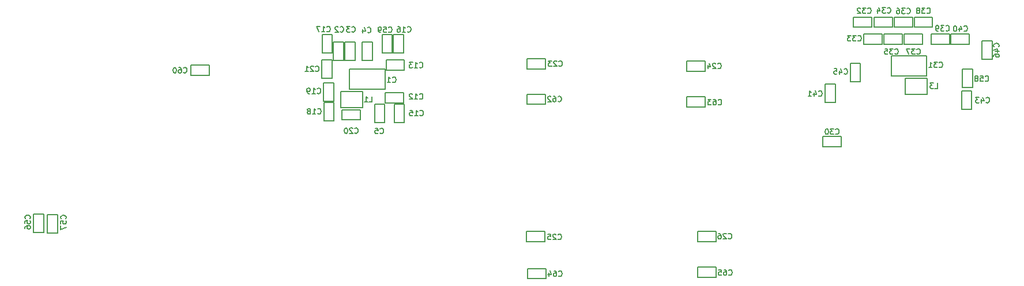
<source format=gbo>
%TF.GenerationSoftware,KiCad,Pcbnew,8.0.0-8.0.0-1~ubuntu23.10.1*%
%TF.CreationDate,2024-02-24T10:39:46+11:00*%
%TF.ProjectId,tbc,7462632e-6b69-4636-9164-5f7063625858,rev?*%
%TF.SameCoordinates,Original*%
%TF.FileFunction,Legend,Bot*%
%TF.FilePolarity,Positive*%
%FSLAX46Y46*%
G04 Gerber Fmt 4.6, Leading zero omitted, Abs format (unit mm)*
G04 Created by KiCad (PCBNEW 8.0.0-8.0.0-1~ubuntu23.10.1) date 2024-02-24 10:39:46*
%MOMM*%
%LPD*%
G01*
G04 APERTURE LIST*
%ADD10C,0.150000*%
G04 APERTURE END LIST*
D10*
X216164285Y-78736104D02*
X216202381Y-78774200D01*
X216202381Y-78774200D02*
X216316666Y-78812295D01*
X216316666Y-78812295D02*
X216392857Y-78812295D01*
X216392857Y-78812295D02*
X216507143Y-78774200D01*
X216507143Y-78774200D02*
X216583333Y-78698009D01*
X216583333Y-78698009D02*
X216621428Y-78621819D01*
X216621428Y-78621819D02*
X216659524Y-78469438D01*
X216659524Y-78469438D02*
X216659524Y-78355152D01*
X216659524Y-78355152D02*
X216621428Y-78202771D01*
X216621428Y-78202771D02*
X216583333Y-78126580D01*
X216583333Y-78126580D02*
X216507143Y-78050390D01*
X216507143Y-78050390D02*
X216392857Y-78012295D01*
X216392857Y-78012295D02*
X216316666Y-78012295D01*
X216316666Y-78012295D02*
X216202381Y-78050390D01*
X216202381Y-78050390D02*
X216164285Y-78088485D01*
X215897619Y-78012295D02*
X215402381Y-78012295D01*
X215402381Y-78012295D02*
X215669047Y-78317057D01*
X215669047Y-78317057D02*
X215554762Y-78317057D01*
X215554762Y-78317057D02*
X215478571Y-78355152D01*
X215478571Y-78355152D02*
X215440476Y-78393247D01*
X215440476Y-78393247D02*
X215402381Y-78469438D01*
X215402381Y-78469438D02*
X215402381Y-78659914D01*
X215402381Y-78659914D02*
X215440476Y-78736104D01*
X215440476Y-78736104D02*
X215478571Y-78774200D01*
X215478571Y-78774200D02*
X215554762Y-78812295D01*
X215554762Y-78812295D02*
X215783333Y-78812295D01*
X215783333Y-78812295D02*
X215859524Y-78774200D01*
X215859524Y-78774200D02*
X215897619Y-78736104D01*
X214945238Y-78355152D02*
X215021428Y-78317057D01*
X215021428Y-78317057D02*
X215059523Y-78278961D01*
X215059523Y-78278961D02*
X215097619Y-78202771D01*
X215097619Y-78202771D02*
X215097619Y-78164676D01*
X215097619Y-78164676D02*
X215059523Y-78088485D01*
X215059523Y-78088485D02*
X215021428Y-78050390D01*
X215021428Y-78050390D02*
X214945238Y-78012295D01*
X214945238Y-78012295D02*
X214792857Y-78012295D01*
X214792857Y-78012295D02*
X214716666Y-78050390D01*
X214716666Y-78050390D02*
X214678571Y-78088485D01*
X214678571Y-78088485D02*
X214640476Y-78164676D01*
X214640476Y-78164676D02*
X214640476Y-78202771D01*
X214640476Y-78202771D02*
X214678571Y-78278961D01*
X214678571Y-78278961D02*
X214716666Y-78317057D01*
X214716666Y-78317057D02*
X214792857Y-78355152D01*
X214792857Y-78355152D02*
X214945238Y-78355152D01*
X214945238Y-78355152D02*
X215021428Y-78393247D01*
X215021428Y-78393247D02*
X215059523Y-78431342D01*
X215059523Y-78431342D02*
X215097619Y-78507533D01*
X215097619Y-78507533D02*
X215097619Y-78659914D01*
X215097619Y-78659914D02*
X215059523Y-78736104D01*
X215059523Y-78736104D02*
X215021428Y-78774200D01*
X215021428Y-78774200D02*
X214945238Y-78812295D01*
X214945238Y-78812295D02*
X214792857Y-78812295D01*
X214792857Y-78812295D02*
X214716666Y-78774200D01*
X214716666Y-78774200D02*
X214678571Y-78736104D01*
X214678571Y-78736104D02*
X214640476Y-78659914D01*
X214640476Y-78659914D02*
X214640476Y-78507533D01*
X214640476Y-78507533D02*
X214678571Y-78431342D01*
X214678571Y-78431342D02*
X214716666Y-78393247D01*
X214716666Y-78393247D02*
X214792857Y-78355152D01*
X221614285Y-81386104D02*
X221652381Y-81424200D01*
X221652381Y-81424200D02*
X221766666Y-81462295D01*
X221766666Y-81462295D02*
X221842857Y-81462295D01*
X221842857Y-81462295D02*
X221957143Y-81424200D01*
X221957143Y-81424200D02*
X222033333Y-81348009D01*
X222033333Y-81348009D02*
X222071428Y-81271819D01*
X222071428Y-81271819D02*
X222109524Y-81119438D01*
X222109524Y-81119438D02*
X222109524Y-81005152D01*
X222109524Y-81005152D02*
X222071428Y-80852771D01*
X222071428Y-80852771D02*
X222033333Y-80776580D01*
X222033333Y-80776580D02*
X221957143Y-80700390D01*
X221957143Y-80700390D02*
X221842857Y-80662295D01*
X221842857Y-80662295D02*
X221766666Y-80662295D01*
X221766666Y-80662295D02*
X221652381Y-80700390D01*
X221652381Y-80700390D02*
X221614285Y-80738485D01*
X220928571Y-80928961D02*
X220928571Y-81462295D01*
X221119047Y-80624200D02*
X221309524Y-81195628D01*
X221309524Y-81195628D02*
X220814285Y-81195628D01*
X220357142Y-80662295D02*
X220280952Y-80662295D01*
X220280952Y-80662295D02*
X220204761Y-80700390D01*
X220204761Y-80700390D02*
X220166666Y-80738485D01*
X220166666Y-80738485D02*
X220128571Y-80814676D01*
X220128571Y-80814676D02*
X220090476Y-80967057D01*
X220090476Y-80967057D02*
X220090476Y-81157533D01*
X220090476Y-81157533D02*
X220128571Y-81309914D01*
X220128571Y-81309914D02*
X220166666Y-81386104D01*
X220166666Y-81386104D02*
X220204761Y-81424200D01*
X220204761Y-81424200D02*
X220280952Y-81462295D01*
X220280952Y-81462295D02*
X220357142Y-81462295D01*
X220357142Y-81462295D02*
X220433333Y-81424200D01*
X220433333Y-81424200D02*
X220471428Y-81386104D01*
X220471428Y-81386104D02*
X220509523Y-81309914D01*
X220509523Y-81309914D02*
X220547619Y-81157533D01*
X220547619Y-81157533D02*
X220547619Y-80967057D01*
X220547619Y-80967057D02*
X220509523Y-80814676D01*
X220509523Y-80814676D02*
X220471428Y-80738485D01*
X220471428Y-80738485D02*
X220433333Y-80700390D01*
X220433333Y-80700390D02*
X220357142Y-80662295D01*
X224864285Y-91886104D02*
X224902381Y-91924200D01*
X224902381Y-91924200D02*
X225016666Y-91962295D01*
X225016666Y-91962295D02*
X225092857Y-91962295D01*
X225092857Y-91962295D02*
X225207143Y-91924200D01*
X225207143Y-91924200D02*
X225283333Y-91848009D01*
X225283333Y-91848009D02*
X225321428Y-91771819D01*
X225321428Y-91771819D02*
X225359524Y-91619438D01*
X225359524Y-91619438D02*
X225359524Y-91505152D01*
X225359524Y-91505152D02*
X225321428Y-91352771D01*
X225321428Y-91352771D02*
X225283333Y-91276580D01*
X225283333Y-91276580D02*
X225207143Y-91200390D01*
X225207143Y-91200390D02*
X225092857Y-91162295D01*
X225092857Y-91162295D02*
X225016666Y-91162295D01*
X225016666Y-91162295D02*
X224902381Y-91200390D01*
X224902381Y-91200390D02*
X224864285Y-91238485D01*
X224178571Y-91428961D02*
X224178571Y-91962295D01*
X224369047Y-91124200D02*
X224559524Y-91695628D01*
X224559524Y-91695628D02*
X224064285Y-91695628D01*
X223835714Y-91162295D02*
X223340476Y-91162295D01*
X223340476Y-91162295D02*
X223607142Y-91467057D01*
X223607142Y-91467057D02*
X223492857Y-91467057D01*
X223492857Y-91467057D02*
X223416666Y-91505152D01*
X223416666Y-91505152D02*
X223378571Y-91543247D01*
X223378571Y-91543247D02*
X223340476Y-91619438D01*
X223340476Y-91619438D02*
X223340476Y-91809914D01*
X223340476Y-91809914D02*
X223378571Y-91886104D01*
X223378571Y-91886104D02*
X223416666Y-91924200D01*
X223416666Y-91924200D02*
X223492857Y-91962295D01*
X223492857Y-91962295D02*
X223721428Y-91962295D01*
X223721428Y-91962295D02*
X223797619Y-91924200D01*
X223797619Y-91924200D02*
X223835714Y-91886104D01*
X134033332Y-81586104D02*
X134071428Y-81624200D01*
X134071428Y-81624200D02*
X134185713Y-81662295D01*
X134185713Y-81662295D02*
X134261904Y-81662295D01*
X134261904Y-81662295D02*
X134376190Y-81624200D01*
X134376190Y-81624200D02*
X134452380Y-81548009D01*
X134452380Y-81548009D02*
X134490475Y-81471819D01*
X134490475Y-81471819D02*
X134528571Y-81319438D01*
X134528571Y-81319438D02*
X134528571Y-81205152D01*
X134528571Y-81205152D02*
X134490475Y-81052771D01*
X134490475Y-81052771D02*
X134452380Y-80976580D01*
X134452380Y-80976580D02*
X134376190Y-80900390D01*
X134376190Y-80900390D02*
X134261904Y-80862295D01*
X134261904Y-80862295D02*
X134185713Y-80862295D01*
X134185713Y-80862295D02*
X134071428Y-80900390D01*
X134071428Y-80900390D02*
X134033332Y-80938485D01*
X133347618Y-81128961D02*
X133347618Y-81662295D01*
X133538094Y-80824200D02*
X133728571Y-81395628D01*
X133728571Y-81395628D02*
X133233332Y-81395628D01*
X187064285Y-117261104D02*
X187102381Y-117299200D01*
X187102381Y-117299200D02*
X187216666Y-117337295D01*
X187216666Y-117337295D02*
X187292857Y-117337295D01*
X187292857Y-117337295D02*
X187407143Y-117299200D01*
X187407143Y-117299200D02*
X187483333Y-117223009D01*
X187483333Y-117223009D02*
X187521428Y-117146819D01*
X187521428Y-117146819D02*
X187559524Y-116994438D01*
X187559524Y-116994438D02*
X187559524Y-116880152D01*
X187559524Y-116880152D02*
X187521428Y-116727771D01*
X187521428Y-116727771D02*
X187483333Y-116651580D01*
X187483333Y-116651580D02*
X187407143Y-116575390D01*
X187407143Y-116575390D02*
X187292857Y-116537295D01*
X187292857Y-116537295D02*
X187216666Y-116537295D01*
X187216666Y-116537295D02*
X187102381Y-116575390D01*
X187102381Y-116575390D02*
X187064285Y-116613485D01*
X186378571Y-116537295D02*
X186530952Y-116537295D01*
X186530952Y-116537295D02*
X186607143Y-116575390D01*
X186607143Y-116575390D02*
X186645238Y-116613485D01*
X186645238Y-116613485D02*
X186721428Y-116727771D01*
X186721428Y-116727771D02*
X186759524Y-116880152D01*
X186759524Y-116880152D02*
X186759524Y-117184914D01*
X186759524Y-117184914D02*
X186721428Y-117261104D01*
X186721428Y-117261104D02*
X186683333Y-117299200D01*
X186683333Y-117299200D02*
X186607143Y-117337295D01*
X186607143Y-117337295D02*
X186454762Y-117337295D01*
X186454762Y-117337295D02*
X186378571Y-117299200D01*
X186378571Y-117299200D02*
X186340476Y-117261104D01*
X186340476Y-117261104D02*
X186302381Y-117184914D01*
X186302381Y-117184914D02*
X186302381Y-116994438D01*
X186302381Y-116994438D02*
X186340476Y-116918247D01*
X186340476Y-116918247D02*
X186378571Y-116880152D01*
X186378571Y-116880152D02*
X186454762Y-116842057D01*
X186454762Y-116842057D02*
X186607143Y-116842057D01*
X186607143Y-116842057D02*
X186683333Y-116880152D01*
X186683333Y-116880152D02*
X186721428Y-116918247D01*
X186721428Y-116918247D02*
X186759524Y-116994438D01*
X185578571Y-116537295D02*
X185959523Y-116537295D01*
X185959523Y-116537295D02*
X185997619Y-116918247D01*
X185997619Y-116918247D02*
X185959523Y-116880152D01*
X185959523Y-116880152D02*
X185883333Y-116842057D01*
X185883333Y-116842057D02*
X185692857Y-116842057D01*
X185692857Y-116842057D02*
X185616666Y-116880152D01*
X185616666Y-116880152D02*
X185578571Y-116918247D01*
X185578571Y-116918247D02*
X185540476Y-116994438D01*
X185540476Y-116994438D02*
X185540476Y-117184914D01*
X185540476Y-117184914D02*
X185578571Y-117261104D01*
X185578571Y-117261104D02*
X185616666Y-117299200D01*
X185616666Y-117299200D02*
X185692857Y-117337295D01*
X185692857Y-117337295D02*
X185883333Y-117337295D01*
X185883333Y-117337295D02*
X185959523Y-117299200D01*
X185959523Y-117299200D02*
X185997619Y-117261104D01*
X141664285Y-86736104D02*
X141702381Y-86774200D01*
X141702381Y-86774200D02*
X141816666Y-86812295D01*
X141816666Y-86812295D02*
X141892857Y-86812295D01*
X141892857Y-86812295D02*
X142007143Y-86774200D01*
X142007143Y-86774200D02*
X142083333Y-86698009D01*
X142083333Y-86698009D02*
X142121428Y-86621819D01*
X142121428Y-86621819D02*
X142159524Y-86469438D01*
X142159524Y-86469438D02*
X142159524Y-86355152D01*
X142159524Y-86355152D02*
X142121428Y-86202771D01*
X142121428Y-86202771D02*
X142083333Y-86126580D01*
X142083333Y-86126580D02*
X142007143Y-86050390D01*
X142007143Y-86050390D02*
X141892857Y-86012295D01*
X141892857Y-86012295D02*
X141816666Y-86012295D01*
X141816666Y-86012295D02*
X141702381Y-86050390D01*
X141702381Y-86050390D02*
X141664285Y-86088485D01*
X140902381Y-86812295D02*
X141359524Y-86812295D01*
X141130952Y-86812295D02*
X141130952Y-86012295D01*
X141130952Y-86012295D02*
X141207143Y-86126580D01*
X141207143Y-86126580D02*
X141283333Y-86202771D01*
X141283333Y-86202771D02*
X141359524Y-86240866D01*
X140635714Y-86012295D02*
X140140476Y-86012295D01*
X140140476Y-86012295D02*
X140407142Y-86317057D01*
X140407142Y-86317057D02*
X140292857Y-86317057D01*
X140292857Y-86317057D02*
X140216666Y-86355152D01*
X140216666Y-86355152D02*
X140178571Y-86393247D01*
X140178571Y-86393247D02*
X140140476Y-86469438D01*
X140140476Y-86469438D02*
X140140476Y-86659914D01*
X140140476Y-86659914D02*
X140178571Y-86736104D01*
X140178571Y-86736104D02*
X140216666Y-86774200D01*
X140216666Y-86774200D02*
X140292857Y-86812295D01*
X140292857Y-86812295D02*
X140521428Y-86812295D01*
X140521428Y-86812295D02*
X140597619Y-86774200D01*
X140597619Y-86774200D02*
X140635714Y-86736104D01*
X89686104Y-109035714D02*
X89724200Y-108997618D01*
X89724200Y-108997618D02*
X89762295Y-108883333D01*
X89762295Y-108883333D02*
X89762295Y-108807142D01*
X89762295Y-108807142D02*
X89724200Y-108692856D01*
X89724200Y-108692856D02*
X89648009Y-108616666D01*
X89648009Y-108616666D02*
X89571819Y-108578571D01*
X89571819Y-108578571D02*
X89419438Y-108540475D01*
X89419438Y-108540475D02*
X89305152Y-108540475D01*
X89305152Y-108540475D02*
X89152771Y-108578571D01*
X89152771Y-108578571D02*
X89076580Y-108616666D01*
X89076580Y-108616666D02*
X89000390Y-108692856D01*
X89000390Y-108692856D02*
X88962295Y-108807142D01*
X88962295Y-108807142D02*
X88962295Y-108883333D01*
X88962295Y-108883333D02*
X89000390Y-108997618D01*
X89000390Y-108997618D02*
X89038485Y-109035714D01*
X88962295Y-109759523D02*
X88962295Y-109378571D01*
X88962295Y-109378571D02*
X89343247Y-109340475D01*
X89343247Y-109340475D02*
X89305152Y-109378571D01*
X89305152Y-109378571D02*
X89267057Y-109454761D01*
X89267057Y-109454761D02*
X89267057Y-109645237D01*
X89267057Y-109645237D02*
X89305152Y-109721428D01*
X89305152Y-109721428D02*
X89343247Y-109759523D01*
X89343247Y-109759523D02*
X89419438Y-109797618D01*
X89419438Y-109797618D02*
X89609914Y-109797618D01*
X89609914Y-109797618D02*
X89686104Y-109759523D01*
X89686104Y-109759523D02*
X89724200Y-109721428D01*
X89724200Y-109721428D02*
X89762295Y-109645237D01*
X89762295Y-109645237D02*
X89762295Y-109454761D01*
X89762295Y-109454761D02*
X89724200Y-109378571D01*
X89724200Y-109378571D02*
X89686104Y-109340475D01*
X88962295Y-110064285D02*
X88962295Y-110597619D01*
X88962295Y-110597619D02*
X89762295Y-110254761D01*
X206014285Y-82786104D02*
X206052381Y-82824200D01*
X206052381Y-82824200D02*
X206166666Y-82862295D01*
X206166666Y-82862295D02*
X206242857Y-82862295D01*
X206242857Y-82862295D02*
X206357143Y-82824200D01*
X206357143Y-82824200D02*
X206433333Y-82748009D01*
X206433333Y-82748009D02*
X206471428Y-82671819D01*
X206471428Y-82671819D02*
X206509524Y-82519438D01*
X206509524Y-82519438D02*
X206509524Y-82405152D01*
X206509524Y-82405152D02*
X206471428Y-82252771D01*
X206471428Y-82252771D02*
X206433333Y-82176580D01*
X206433333Y-82176580D02*
X206357143Y-82100390D01*
X206357143Y-82100390D02*
X206242857Y-82062295D01*
X206242857Y-82062295D02*
X206166666Y-82062295D01*
X206166666Y-82062295D02*
X206052381Y-82100390D01*
X206052381Y-82100390D02*
X206014285Y-82138485D01*
X205747619Y-82062295D02*
X205252381Y-82062295D01*
X205252381Y-82062295D02*
X205519047Y-82367057D01*
X205519047Y-82367057D02*
X205404762Y-82367057D01*
X205404762Y-82367057D02*
X205328571Y-82405152D01*
X205328571Y-82405152D02*
X205290476Y-82443247D01*
X205290476Y-82443247D02*
X205252381Y-82519438D01*
X205252381Y-82519438D02*
X205252381Y-82709914D01*
X205252381Y-82709914D02*
X205290476Y-82786104D01*
X205290476Y-82786104D02*
X205328571Y-82824200D01*
X205328571Y-82824200D02*
X205404762Y-82862295D01*
X205404762Y-82862295D02*
X205633333Y-82862295D01*
X205633333Y-82862295D02*
X205709524Y-82824200D01*
X205709524Y-82824200D02*
X205747619Y-82786104D01*
X204985714Y-82062295D02*
X204490476Y-82062295D01*
X204490476Y-82062295D02*
X204757142Y-82367057D01*
X204757142Y-82367057D02*
X204642857Y-82367057D01*
X204642857Y-82367057D02*
X204566666Y-82405152D01*
X204566666Y-82405152D02*
X204528571Y-82443247D01*
X204528571Y-82443247D02*
X204490476Y-82519438D01*
X204490476Y-82519438D02*
X204490476Y-82709914D01*
X204490476Y-82709914D02*
X204528571Y-82786104D01*
X204528571Y-82786104D02*
X204566666Y-82824200D01*
X204566666Y-82824200D02*
X204642857Y-82862295D01*
X204642857Y-82862295D02*
X204871428Y-82862295D01*
X204871428Y-82862295D02*
X204947619Y-82824200D01*
X204947619Y-82824200D02*
X204985714Y-82786104D01*
X162089285Y-117436104D02*
X162127381Y-117474200D01*
X162127381Y-117474200D02*
X162241666Y-117512295D01*
X162241666Y-117512295D02*
X162317857Y-117512295D01*
X162317857Y-117512295D02*
X162432143Y-117474200D01*
X162432143Y-117474200D02*
X162508333Y-117398009D01*
X162508333Y-117398009D02*
X162546428Y-117321819D01*
X162546428Y-117321819D02*
X162584524Y-117169438D01*
X162584524Y-117169438D02*
X162584524Y-117055152D01*
X162584524Y-117055152D02*
X162546428Y-116902771D01*
X162546428Y-116902771D02*
X162508333Y-116826580D01*
X162508333Y-116826580D02*
X162432143Y-116750390D01*
X162432143Y-116750390D02*
X162317857Y-116712295D01*
X162317857Y-116712295D02*
X162241666Y-116712295D01*
X162241666Y-116712295D02*
X162127381Y-116750390D01*
X162127381Y-116750390D02*
X162089285Y-116788485D01*
X161403571Y-116712295D02*
X161555952Y-116712295D01*
X161555952Y-116712295D02*
X161632143Y-116750390D01*
X161632143Y-116750390D02*
X161670238Y-116788485D01*
X161670238Y-116788485D02*
X161746428Y-116902771D01*
X161746428Y-116902771D02*
X161784524Y-117055152D01*
X161784524Y-117055152D02*
X161784524Y-117359914D01*
X161784524Y-117359914D02*
X161746428Y-117436104D01*
X161746428Y-117436104D02*
X161708333Y-117474200D01*
X161708333Y-117474200D02*
X161632143Y-117512295D01*
X161632143Y-117512295D02*
X161479762Y-117512295D01*
X161479762Y-117512295D02*
X161403571Y-117474200D01*
X161403571Y-117474200D02*
X161365476Y-117436104D01*
X161365476Y-117436104D02*
X161327381Y-117359914D01*
X161327381Y-117359914D02*
X161327381Y-117169438D01*
X161327381Y-117169438D02*
X161365476Y-117093247D01*
X161365476Y-117093247D02*
X161403571Y-117055152D01*
X161403571Y-117055152D02*
X161479762Y-117017057D01*
X161479762Y-117017057D02*
X161632143Y-117017057D01*
X161632143Y-117017057D02*
X161708333Y-117055152D01*
X161708333Y-117055152D02*
X161746428Y-117093247D01*
X161746428Y-117093247D02*
X161784524Y-117169438D01*
X160641666Y-116978961D02*
X160641666Y-117512295D01*
X160832142Y-116674200D02*
X161022619Y-117245628D01*
X161022619Y-117245628D02*
X160527380Y-117245628D01*
X137693332Y-88886104D02*
X137731428Y-88924200D01*
X137731428Y-88924200D02*
X137845713Y-88962295D01*
X137845713Y-88962295D02*
X137921904Y-88962295D01*
X137921904Y-88962295D02*
X138036190Y-88924200D01*
X138036190Y-88924200D02*
X138112380Y-88848009D01*
X138112380Y-88848009D02*
X138150475Y-88771819D01*
X138150475Y-88771819D02*
X138188571Y-88619438D01*
X138188571Y-88619438D02*
X138188571Y-88505152D01*
X138188571Y-88505152D02*
X138150475Y-88352771D01*
X138150475Y-88352771D02*
X138112380Y-88276580D01*
X138112380Y-88276580D02*
X138036190Y-88200390D01*
X138036190Y-88200390D02*
X137921904Y-88162295D01*
X137921904Y-88162295D02*
X137845713Y-88162295D01*
X137845713Y-88162295D02*
X137731428Y-88200390D01*
X137731428Y-88200390D02*
X137693332Y-88238485D01*
X136931428Y-88962295D02*
X137388571Y-88962295D01*
X137159999Y-88962295D02*
X137159999Y-88162295D01*
X137159999Y-88162295D02*
X137236190Y-88276580D01*
X137236190Y-88276580D02*
X137312380Y-88352771D01*
X137312380Y-88352771D02*
X137388571Y-88390866D01*
X185514285Y-92186104D02*
X185552381Y-92224200D01*
X185552381Y-92224200D02*
X185666666Y-92262295D01*
X185666666Y-92262295D02*
X185742857Y-92262295D01*
X185742857Y-92262295D02*
X185857143Y-92224200D01*
X185857143Y-92224200D02*
X185933333Y-92148009D01*
X185933333Y-92148009D02*
X185971428Y-92071819D01*
X185971428Y-92071819D02*
X186009524Y-91919438D01*
X186009524Y-91919438D02*
X186009524Y-91805152D01*
X186009524Y-91805152D02*
X185971428Y-91652771D01*
X185971428Y-91652771D02*
X185933333Y-91576580D01*
X185933333Y-91576580D02*
X185857143Y-91500390D01*
X185857143Y-91500390D02*
X185742857Y-91462295D01*
X185742857Y-91462295D02*
X185666666Y-91462295D01*
X185666666Y-91462295D02*
X185552381Y-91500390D01*
X185552381Y-91500390D02*
X185514285Y-91538485D01*
X184828571Y-91462295D02*
X184980952Y-91462295D01*
X184980952Y-91462295D02*
X185057143Y-91500390D01*
X185057143Y-91500390D02*
X185095238Y-91538485D01*
X185095238Y-91538485D02*
X185171428Y-91652771D01*
X185171428Y-91652771D02*
X185209524Y-91805152D01*
X185209524Y-91805152D02*
X185209524Y-92109914D01*
X185209524Y-92109914D02*
X185171428Y-92186104D01*
X185171428Y-92186104D02*
X185133333Y-92224200D01*
X185133333Y-92224200D02*
X185057143Y-92262295D01*
X185057143Y-92262295D02*
X184904762Y-92262295D01*
X184904762Y-92262295D02*
X184828571Y-92224200D01*
X184828571Y-92224200D02*
X184790476Y-92186104D01*
X184790476Y-92186104D02*
X184752381Y-92109914D01*
X184752381Y-92109914D02*
X184752381Y-91919438D01*
X184752381Y-91919438D02*
X184790476Y-91843247D01*
X184790476Y-91843247D02*
X184828571Y-91805152D01*
X184828571Y-91805152D02*
X184904762Y-91767057D01*
X184904762Y-91767057D02*
X185057143Y-91767057D01*
X185057143Y-91767057D02*
X185133333Y-91805152D01*
X185133333Y-91805152D02*
X185171428Y-91843247D01*
X185171428Y-91843247D02*
X185209524Y-91919438D01*
X184485714Y-91462295D02*
X183990476Y-91462295D01*
X183990476Y-91462295D02*
X184257142Y-91767057D01*
X184257142Y-91767057D02*
X184142857Y-91767057D01*
X184142857Y-91767057D02*
X184066666Y-91805152D01*
X184066666Y-91805152D02*
X184028571Y-91843247D01*
X184028571Y-91843247D02*
X183990476Y-91919438D01*
X183990476Y-91919438D02*
X183990476Y-92109914D01*
X183990476Y-92109914D02*
X184028571Y-92186104D01*
X184028571Y-92186104D02*
X184066666Y-92224200D01*
X184066666Y-92224200D02*
X184142857Y-92262295D01*
X184142857Y-92262295D02*
X184371428Y-92262295D01*
X184371428Y-92262295D02*
X184447619Y-92224200D01*
X184447619Y-92224200D02*
X184485714Y-92186104D01*
X224714285Y-88736104D02*
X224752381Y-88774200D01*
X224752381Y-88774200D02*
X224866666Y-88812295D01*
X224866666Y-88812295D02*
X224942857Y-88812295D01*
X224942857Y-88812295D02*
X225057143Y-88774200D01*
X225057143Y-88774200D02*
X225133333Y-88698009D01*
X225133333Y-88698009D02*
X225171428Y-88621819D01*
X225171428Y-88621819D02*
X225209524Y-88469438D01*
X225209524Y-88469438D02*
X225209524Y-88355152D01*
X225209524Y-88355152D02*
X225171428Y-88202771D01*
X225171428Y-88202771D02*
X225133333Y-88126580D01*
X225133333Y-88126580D02*
X225057143Y-88050390D01*
X225057143Y-88050390D02*
X224942857Y-88012295D01*
X224942857Y-88012295D02*
X224866666Y-88012295D01*
X224866666Y-88012295D02*
X224752381Y-88050390D01*
X224752381Y-88050390D02*
X224714285Y-88088485D01*
X223990476Y-88012295D02*
X224371428Y-88012295D01*
X224371428Y-88012295D02*
X224409524Y-88393247D01*
X224409524Y-88393247D02*
X224371428Y-88355152D01*
X224371428Y-88355152D02*
X224295238Y-88317057D01*
X224295238Y-88317057D02*
X224104762Y-88317057D01*
X224104762Y-88317057D02*
X224028571Y-88355152D01*
X224028571Y-88355152D02*
X223990476Y-88393247D01*
X223990476Y-88393247D02*
X223952381Y-88469438D01*
X223952381Y-88469438D02*
X223952381Y-88659914D01*
X223952381Y-88659914D02*
X223990476Y-88736104D01*
X223990476Y-88736104D02*
X224028571Y-88774200D01*
X224028571Y-88774200D02*
X224104762Y-88812295D01*
X224104762Y-88812295D02*
X224295238Y-88812295D01*
X224295238Y-88812295D02*
X224371428Y-88774200D01*
X224371428Y-88774200D02*
X224409524Y-88736104D01*
X223495238Y-88355152D02*
X223571428Y-88317057D01*
X223571428Y-88317057D02*
X223609523Y-88278961D01*
X223609523Y-88278961D02*
X223647619Y-88202771D01*
X223647619Y-88202771D02*
X223647619Y-88164676D01*
X223647619Y-88164676D02*
X223609523Y-88088485D01*
X223609523Y-88088485D02*
X223571428Y-88050390D01*
X223571428Y-88050390D02*
X223495238Y-88012295D01*
X223495238Y-88012295D02*
X223342857Y-88012295D01*
X223342857Y-88012295D02*
X223266666Y-88050390D01*
X223266666Y-88050390D02*
X223228571Y-88088485D01*
X223228571Y-88088485D02*
X223190476Y-88164676D01*
X223190476Y-88164676D02*
X223190476Y-88202771D01*
X223190476Y-88202771D02*
X223228571Y-88278961D01*
X223228571Y-88278961D02*
X223266666Y-88317057D01*
X223266666Y-88317057D02*
X223342857Y-88355152D01*
X223342857Y-88355152D02*
X223495238Y-88355152D01*
X223495238Y-88355152D02*
X223571428Y-88393247D01*
X223571428Y-88393247D02*
X223609523Y-88431342D01*
X223609523Y-88431342D02*
X223647619Y-88507533D01*
X223647619Y-88507533D02*
X223647619Y-88659914D01*
X223647619Y-88659914D02*
X223609523Y-88736104D01*
X223609523Y-88736104D02*
X223571428Y-88774200D01*
X223571428Y-88774200D02*
X223495238Y-88812295D01*
X223495238Y-88812295D02*
X223342857Y-88812295D01*
X223342857Y-88812295D02*
X223266666Y-88774200D01*
X223266666Y-88774200D02*
X223228571Y-88736104D01*
X223228571Y-88736104D02*
X223190476Y-88659914D01*
X223190476Y-88659914D02*
X223190476Y-88507533D01*
X223190476Y-88507533D02*
X223228571Y-88431342D01*
X223228571Y-88431342D02*
X223266666Y-88393247D01*
X223266666Y-88393247D02*
X223342857Y-88355152D01*
X128064285Y-81436104D02*
X128102381Y-81474200D01*
X128102381Y-81474200D02*
X128216666Y-81512295D01*
X128216666Y-81512295D02*
X128292857Y-81512295D01*
X128292857Y-81512295D02*
X128407143Y-81474200D01*
X128407143Y-81474200D02*
X128483333Y-81398009D01*
X128483333Y-81398009D02*
X128521428Y-81321819D01*
X128521428Y-81321819D02*
X128559524Y-81169438D01*
X128559524Y-81169438D02*
X128559524Y-81055152D01*
X128559524Y-81055152D02*
X128521428Y-80902771D01*
X128521428Y-80902771D02*
X128483333Y-80826580D01*
X128483333Y-80826580D02*
X128407143Y-80750390D01*
X128407143Y-80750390D02*
X128292857Y-80712295D01*
X128292857Y-80712295D02*
X128216666Y-80712295D01*
X128216666Y-80712295D02*
X128102381Y-80750390D01*
X128102381Y-80750390D02*
X128064285Y-80788485D01*
X127302381Y-81512295D02*
X127759524Y-81512295D01*
X127530952Y-81512295D02*
X127530952Y-80712295D01*
X127530952Y-80712295D02*
X127607143Y-80826580D01*
X127607143Y-80826580D02*
X127683333Y-80902771D01*
X127683333Y-80902771D02*
X127759524Y-80940866D01*
X127035714Y-80712295D02*
X126502380Y-80712295D01*
X126502380Y-80712295D02*
X126845238Y-81512295D01*
X141664285Y-91356104D02*
X141702381Y-91394200D01*
X141702381Y-91394200D02*
X141816666Y-91432295D01*
X141816666Y-91432295D02*
X141892857Y-91432295D01*
X141892857Y-91432295D02*
X142007143Y-91394200D01*
X142007143Y-91394200D02*
X142083333Y-91318009D01*
X142083333Y-91318009D02*
X142121428Y-91241819D01*
X142121428Y-91241819D02*
X142159524Y-91089438D01*
X142159524Y-91089438D02*
X142159524Y-90975152D01*
X142159524Y-90975152D02*
X142121428Y-90822771D01*
X142121428Y-90822771D02*
X142083333Y-90746580D01*
X142083333Y-90746580D02*
X142007143Y-90670390D01*
X142007143Y-90670390D02*
X141892857Y-90632295D01*
X141892857Y-90632295D02*
X141816666Y-90632295D01*
X141816666Y-90632295D02*
X141702381Y-90670390D01*
X141702381Y-90670390D02*
X141664285Y-90708485D01*
X140902381Y-91432295D02*
X141359524Y-91432295D01*
X141130952Y-91432295D02*
X141130952Y-90632295D01*
X141130952Y-90632295D02*
X141207143Y-90746580D01*
X141207143Y-90746580D02*
X141283333Y-90822771D01*
X141283333Y-90822771D02*
X141359524Y-90860866D01*
X140597619Y-90708485D02*
X140559523Y-90670390D01*
X140559523Y-90670390D02*
X140483333Y-90632295D01*
X140483333Y-90632295D02*
X140292857Y-90632295D01*
X140292857Y-90632295D02*
X140216666Y-90670390D01*
X140216666Y-90670390D02*
X140178571Y-90708485D01*
X140178571Y-90708485D02*
X140140476Y-90784676D01*
X140140476Y-90784676D02*
X140140476Y-90860866D01*
X140140476Y-90860866D02*
X140178571Y-90975152D01*
X140178571Y-90975152D02*
X140635714Y-91432295D01*
X140635714Y-91432295D02*
X140140476Y-91432295D01*
X218964285Y-81336104D02*
X219002381Y-81374200D01*
X219002381Y-81374200D02*
X219116666Y-81412295D01*
X219116666Y-81412295D02*
X219192857Y-81412295D01*
X219192857Y-81412295D02*
X219307143Y-81374200D01*
X219307143Y-81374200D02*
X219383333Y-81298009D01*
X219383333Y-81298009D02*
X219421428Y-81221819D01*
X219421428Y-81221819D02*
X219459524Y-81069438D01*
X219459524Y-81069438D02*
X219459524Y-80955152D01*
X219459524Y-80955152D02*
X219421428Y-80802771D01*
X219421428Y-80802771D02*
X219383333Y-80726580D01*
X219383333Y-80726580D02*
X219307143Y-80650390D01*
X219307143Y-80650390D02*
X219192857Y-80612295D01*
X219192857Y-80612295D02*
X219116666Y-80612295D01*
X219116666Y-80612295D02*
X219002381Y-80650390D01*
X219002381Y-80650390D02*
X218964285Y-80688485D01*
X218697619Y-80612295D02*
X218202381Y-80612295D01*
X218202381Y-80612295D02*
X218469047Y-80917057D01*
X218469047Y-80917057D02*
X218354762Y-80917057D01*
X218354762Y-80917057D02*
X218278571Y-80955152D01*
X218278571Y-80955152D02*
X218240476Y-80993247D01*
X218240476Y-80993247D02*
X218202381Y-81069438D01*
X218202381Y-81069438D02*
X218202381Y-81259914D01*
X218202381Y-81259914D02*
X218240476Y-81336104D01*
X218240476Y-81336104D02*
X218278571Y-81374200D01*
X218278571Y-81374200D02*
X218354762Y-81412295D01*
X218354762Y-81412295D02*
X218583333Y-81412295D01*
X218583333Y-81412295D02*
X218659524Y-81374200D01*
X218659524Y-81374200D02*
X218697619Y-81336104D01*
X217821428Y-81412295D02*
X217669047Y-81412295D01*
X217669047Y-81412295D02*
X217592857Y-81374200D01*
X217592857Y-81374200D02*
X217554761Y-81336104D01*
X217554761Y-81336104D02*
X217478571Y-81221819D01*
X217478571Y-81221819D02*
X217440476Y-81069438D01*
X217440476Y-81069438D02*
X217440476Y-80764676D01*
X217440476Y-80764676D02*
X217478571Y-80688485D01*
X217478571Y-80688485D02*
X217516666Y-80650390D01*
X217516666Y-80650390D02*
X217592857Y-80612295D01*
X217592857Y-80612295D02*
X217745238Y-80612295D01*
X217745238Y-80612295D02*
X217821428Y-80650390D01*
X217821428Y-80650390D02*
X217859523Y-80688485D01*
X217859523Y-80688485D02*
X217897619Y-80764676D01*
X217897619Y-80764676D02*
X217897619Y-80955152D01*
X217897619Y-80955152D02*
X217859523Y-81031342D01*
X217859523Y-81031342D02*
X217821428Y-81069438D01*
X217821428Y-81069438D02*
X217745238Y-81107533D01*
X217745238Y-81107533D02*
X217592857Y-81107533D01*
X217592857Y-81107533D02*
X217516666Y-81069438D01*
X217516666Y-81069438D02*
X217478571Y-81031342D01*
X217478571Y-81031342D02*
X217440476Y-80955152D01*
X202764285Y-96536104D02*
X202802381Y-96574200D01*
X202802381Y-96574200D02*
X202916666Y-96612295D01*
X202916666Y-96612295D02*
X202992857Y-96612295D01*
X202992857Y-96612295D02*
X203107143Y-96574200D01*
X203107143Y-96574200D02*
X203183333Y-96498009D01*
X203183333Y-96498009D02*
X203221428Y-96421819D01*
X203221428Y-96421819D02*
X203259524Y-96269438D01*
X203259524Y-96269438D02*
X203259524Y-96155152D01*
X203259524Y-96155152D02*
X203221428Y-96002771D01*
X203221428Y-96002771D02*
X203183333Y-95926580D01*
X203183333Y-95926580D02*
X203107143Y-95850390D01*
X203107143Y-95850390D02*
X202992857Y-95812295D01*
X202992857Y-95812295D02*
X202916666Y-95812295D01*
X202916666Y-95812295D02*
X202802381Y-95850390D01*
X202802381Y-95850390D02*
X202764285Y-95888485D01*
X202497619Y-95812295D02*
X202002381Y-95812295D01*
X202002381Y-95812295D02*
X202269047Y-96117057D01*
X202269047Y-96117057D02*
X202154762Y-96117057D01*
X202154762Y-96117057D02*
X202078571Y-96155152D01*
X202078571Y-96155152D02*
X202040476Y-96193247D01*
X202040476Y-96193247D02*
X202002381Y-96269438D01*
X202002381Y-96269438D02*
X202002381Y-96459914D01*
X202002381Y-96459914D02*
X202040476Y-96536104D01*
X202040476Y-96536104D02*
X202078571Y-96574200D01*
X202078571Y-96574200D02*
X202154762Y-96612295D01*
X202154762Y-96612295D02*
X202383333Y-96612295D01*
X202383333Y-96612295D02*
X202459524Y-96574200D01*
X202459524Y-96574200D02*
X202497619Y-96536104D01*
X201507142Y-95812295D02*
X201430952Y-95812295D01*
X201430952Y-95812295D02*
X201354761Y-95850390D01*
X201354761Y-95850390D02*
X201316666Y-95888485D01*
X201316666Y-95888485D02*
X201278571Y-95964676D01*
X201278571Y-95964676D02*
X201240476Y-96117057D01*
X201240476Y-96117057D02*
X201240476Y-96307533D01*
X201240476Y-96307533D02*
X201278571Y-96459914D01*
X201278571Y-96459914D02*
X201316666Y-96536104D01*
X201316666Y-96536104D02*
X201354761Y-96574200D01*
X201354761Y-96574200D02*
X201430952Y-96612295D01*
X201430952Y-96612295D02*
X201507142Y-96612295D01*
X201507142Y-96612295D02*
X201583333Y-96574200D01*
X201583333Y-96574200D02*
X201621428Y-96536104D01*
X201621428Y-96536104D02*
X201659523Y-96459914D01*
X201659523Y-96459914D02*
X201697619Y-96307533D01*
X201697619Y-96307533D02*
X201697619Y-96117057D01*
X201697619Y-96117057D02*
X201659523Y-95964676D01*
X201659523Y-95964676D02*
X201621428Y-95888485D01*
X201621428Y-95888485D02*
X201583333Y-95850390D01*
X201583333Y-95850390D02*
X201507142Y-95812295D01*
X217964285Y-86686104D02*
X218002381Y-86724200D01*
X218002381Y-86724200D02*
X218116666Y-86762295D01*
X218116666Y-86762295D02*
X218192857Y-86762295D01*
X218192857Y-86762295D02*
X218307143Y-86724200D01*
X218307143Y-86724200D02*
X218383333Y-86648009D01*
X218383333Y-86648009D02*
X218421428Y-86571819D01*
X218421428Y-86571819D02*
X218459524Y-86419438D01*
X218459524Y-86419438D02*
X218459524Y-86305152D01*
X218459524Y-86305152D02*
X218421428Y-86152771D01*
X218421428Y-86152771D02*
X218383333Y-86076580D01*
X218383333Y-86076580D02*
X218307143Y-86000390D01*
X218307143Y-86000390D02*
X218192857Y-85962295D01*
X218192857Y-85962295D02*
X218116666Y-85962295D01*
X218116666Y-85962295D02*
X218002381Y-86000390D01*
X218002381Y-86000390D02*
X217964285Y-86038485D01*
X217697619Y-85962295D02*
X217202381Y-85962295D01*
X217202381Y-85962295D02*
X217469047Y-86267057D01*
X217469047Y-86267057D02*
X217354762Y-86267057D01*
X217354762Y-86267057D02*
X217278571Y-86305152D01*
X217278571Y-86305152D02*
X217240476Y-86343247D01*
X217240476Y-86343247D02*
X217202381Y-86419438D01*
X217202381Y-86419438D02*
X217202381Y-86609914D01*
X217202381Y-86609914D02*
X217240476Y-86686104D01*
X217240476Y-86686104D02*
X217278571Y-86724200D01*
X217278571Y-86724200D02*
X217354762Y-86762295D01*
X217354762Y-86762295D02*
X217583333Y-86762295D01*
X217583333Y-86762295D02*
X217659524Y-86724200D01*
X217659524Y-86724200D02*
X217697619Y-86686104D01*
X216440476Y-86762295D02*
X216897619Y-86762295D01*
X216669047Y-86762295D02*
X216669047Y-85962295D01*
X216669047Y-85962295D02*
X216745238Y-86076580D01*
X216745238Y-86076580D02*
X216821428Y-86152771D01*
X216821428Y-86152771D02*
X216897619Y-86190866D01*
X135883332Y-96426104D02*
X135921428Y-96464200D01*
X135921428Y-96464200D02*
X136035713Y-96502295D01*
X136035713Y-96502295D02*
X136111904Y-96502295D01*
X136111904Y-96502295D02*
X136226190Y-96464200D01*
X136226190Y-96464200D02*
X136302380Y-96388009D01*
X136302380Y-96388009D02*
X136340475Y-96311819D01*
X136340475Y-96311819D02*
X136378571Y-96159438D01*
X136378571Y-96159438D02*
X136378571Y-96045152D01*
X136378571Y-96045152D02*
X136340475Y-95892771D01*
X136340475Y-95892771D02*
X136302380Y-95816580D01*
X136302380Y-95816580D02*
X136226190Y-95740390D01*
X136226190Y-95740390D02*
X136111904Y-95702295D01*
X136111904Y-95702295D02*
X136035713Y-95702295D01*
X136035713Y-95702295D02*
X135921428Y-95740390D01*
X135921428Y-95740390D02*
X135883332Y-95778485D01*
X135159523Y-95702295D02*
X135540475Y-95702295D01*
X135540475Y-95702295D02*
X135578571Y-96083247D01*
X135578571Y-96083247D02*
X135540475Y-96045152D01*
X135540475Y-96045152D02*
X135464285Y-96007057D01*
X135464285Y-96007057D02*
X135273809Y-96007057D01*
X135273809Y-96007057D02*
X135197618Y-96045152D01*
X135197618Y-96045152D02*
X135159523Y-96083247D01*
X135159523Y-96083247D02*
X135121428Y-96159438D01*
X135121428Y-96159438D02*
X135121428Y-96349914D01*
X135121428Y-96349914D02*
X135159523Y-96426104D01*
X135159523Y-96426104D02*
X135197618Y-96464200D01*
X135197618Y-96464200D02*
X135273809Y-96502295D01*
X135273809Y-96502295D02*
X135464285Y-96502295D01*
X135464285Y-96502295D02*
X135540475Y-96464200D01*
X135540475Y-96464200D02*
X135578571Y-96426104D01*
X126714285Y-93536104D02*
X126752381Y-93574200D01*
X126752381Y-93574200D02*
X126866666Y-93612295D01*
X126866666Y-93612295D02*
X126942857Y-93612295D01*
X126942857Y-93612295D02*
X127057143Y-93574200D01*
X127057143Y-93574200D02*
X127133333Y-93498009D01*
X127133333Y-93498009D02*
X127171428Y-93421819D01*
X127171428Y-93421819D02*
X127209524Y-93269438D01*
X127209524Y-93269438D02*
X127209524Y-93155152D01*
X127209524Y-93155152D02*
X127171428Y-93002771D01*
X127171428Y-93002771D02*
X127133333Y-92926580D01*
X127133333Y-92926580D02*
X127057143Y-92850390D01*
X127057143Y-92850390D02*
X126942857Y-92812295D01*
X126942857Y-92812295D02*
X126866666Y-92812295D01*
X126866666Y-92812295D02*
X126752381Y-92850390D01*
X126752381Y-92850390D02*
X126714285Y-92888485D01*
X125952381Y-93612295D02*
X126409524Y-93612295D01*
X126180952Y-93612295D02*
X126180952Y-92812295D01*
X126180952Y-92812295D02*
X126257143Y-92926580D01*
X126257143Y-92926580D02*
X126333333Y-93002771D01*
X126333333Y-93002771D02*
X126409524Y-93040866D01*
X125495238Y-93155152D02*
X125571428Y-93117057D01*
X125571428Y-93117057D02*
X125609523Y-93078961D01*
X125609523Y-93078961D02*
X125647619Y-93002771D01*
X125647619Y-93002771D02*
X125647619Y-92964676D01*
X125647619Y-92964676D02*
X125609523Y-92888485D01*
X125609523Y-92888485D02*
X125571428Y-92850390D01*
X125571428Y-92850390D02*
X125495238Y-92812295D01*
X125495238Y-92812295D02*
X125342857Y-92812295D01*
X125342857Y-92812295D02*
X125266666Y-92850390D01*
X125266666Y-92850390D02*
X125228571Y-92888485D01*
X125228571Y-92888485D02*
X125190476Y-92964676D01*
X125190476Y-92964676D02*
X125190476Y-93002771D01*
X125190476Y-93002771D02*
X125228571Y-93078961D01*
X125228571Y-93078961D02*
X125266666Y-93117057D01*
X125266666Y-93117057D02*
X125342857Y-93155152D01*
X125342857Y-93155152D02*
X125495238Y-93155152D01*
X125495238Y-93155152D02*
X125571428Y-93193247D01*
X125571428Y-93193247D02*
X125609523Y-93231342D01*
X125609523Y-93231342D02*
X125647619Y-93307533D01*
X125647619Y-93307533D02*
X125647619Y-93459914D01*
X125647619Y-93459914D02*
X125609523Y-93536104D01*
X125609523Y-93536104D02*
X125571428Y-93574200D01*
X125571428Y-93574200D02*
X125495238Y-93612295D01*
X125495238Y-93612295D02*
X125342857Y-93612295D01*
X125342857Y-93612295D02*
X125266666Y-93574200D01*
X125266666Y-93574200D02*
X125228571Y-93536104D01*
X125228571Y-93536104D02*
X125190476Y-93459914D01*
X125190476Y-93459914D02*
X125190476Y-93307533D01*
X125190476Y-93307533D02*
X125228571Y-93231342D01*
X125228571Y-93231342D02*
X125266666Y-93193247D01*
X125266666Y-93193247D02*
X125342857Y-93155152D01*
X187014285Y-111911104D02*
X187052381Y-111949200D01*
X187052381Y-111949200D02*
X187166666Y-111987295D01*
X187166666Y-111987295D02*
X187242857Y-111987295D01*
X187242857Y-111987295D02*
X187357143Y-111949200D01*
X187357143Y-111949200D02*
X187433333Y-111873009D01*
X187433333Y-111873009D02*
X187471428Y-111796819D01*
X187471428Y-111796819D02*
X187509524Y-111644438D01*
X187509524Y-111644438D02*
X187509524Y-111530152D01*
X187509524Y-111530152D02*
X187471428Y-111377771D01*
X187471428Y-111377771D02*
X187433333Y-111301580D01*
X187433333Y-111301580D02*
X187357143Y-111225390D01*
X187357143Y-111225390D02*
X187242857Y-111187295D01*
X187242857Y-111187295D02*
X187166666Y-111187295D01*
X187166666Y-111187295D02*
X187052381Y-111225390D01*
X187052381Y-111225390D02*
X187014285Y-111263485D01*
X186709524Y-111263485D02*
X186671428Y-111225390D01*
X186671428Y-111225390D02*
X186595238Y-111187295D01*
X186595238Y-111187295D02*
X186404762Y-111187295D01*
X186404762Y-111187295D02*
X186328571Y-111225390D01*
X186328571Y-111225390D02*
X186290476Y-111263485D01*
X186290476Y-111263485D02*
X186252381Y-111339676D01*
X186252381Y-111339676D02*
X186252381Y-111415866D01*
X186252381Y-111415866D02*
X186290476Y-111530152D01*
X186290476Y-111530152D02*
X186747619Y-111987295D01*
X186747619Y-111987295D02*
X186252381Y-111987295D01*
X185566666Y-111187295D02*
X185719047Y-111187295D01*
X185719047Y-111187295D02*
X185795238Y-111225390D01*
X185795238Y-111225390D02*
X185833333Y-111263485D01*
X185833333Y-111263485D02*
X185909523Y-111377771D01*
X185909523Y-111377771D02*
X185947619Y-111530152D01*
X185947619Y-111530152D02*
X185947619Y-111834914D01*
X185947619Y-111834914D02*
X185909523Y-111911104D01*
X185909523Y-111911104D02*
X185871428Y-111949200D01*
X185871428Y-111949200D02*
X185795238Y-111987295D01*
X185795238Y-111987295D02*
X185642857Y-111987295D01*
X185642857Y-111987295D02*
X185566666Y-111949200D01*
X185566666Y-111949200D02*
X185528571Y-111911104D01*
X185528571Y-111911104D02*
X185490476Y-111834914D01*
X185490476Y-111834914D02*
X185490476Y-111644438D01*
X185490476Y-111644438D02*
X185528571Y-111568247D01*
X185528571Y-111568247D02*
X185566666Y-111530152D01*
X185566666Y-111530152D02*
X185642857Y-111492057D01*
X185642857Y-111492057D02*
X185795238Y-111492057D01*
X185795238Y-111492057D02*
X185871428Y-111530152D01*
X185871428Y-111530152D02*
X185909523Y-111568247D01*
X185909523Y-111568247D02*
X185947619Y-111644438D01*
X204014285Y-87686104D02*
X204052381Y-87724200D01*
X204052381Y-87724200D02*
X204166666Y-87762295D01*
X204166666Y-87762295D02*
X204242857Y-87762295D01*
X204242857Y-87762295D02*
X204357143Y-87724200D01*
X204357143Y-87724200D02*
X204433333Y-87648009D01*
X204433333Y-87648009D02*
X204471428Y-87571819D01*
X204471428Y-87571819D02*
X204509524Y-87419438D01*
X204509524Y-87419438D02*
X204509524Y-87305152D01*
X204509524Y-87305152D02*
X204471428Y-87152771D01*
X204471428Y-87152771D02*
X204433333Y-87076580D01*
X204433333Y-87076580D02*
X204357143Y-87000390D01*
X204357143Y-87000390D02*
X204242857Y-86962295D01*
X204242857Y-86962295D02*
X204166666Y-86962295D01*
X204166666Y-86962295D02*
X204052381Y-87000390D01*
X204052381Y-87000390D02*
X204014285Y-87038485D01*
X203328571Y-87228961D02*
X203328571Y-87762295D01*
X203519047Y-86924200D02*
X203709524Y-87495628D01*
X203709524Y-87495628D02*
X203214285Y-87495628D01*
X202528571Y-86962295D02*
X202909523Y-86962295D01*
X202909523Y-86962295D02*
X202947619Y-87343247D01*
X202947619Y-87343247D02*
X202909523Y-87305152D01*
X202909523Y-87305152D02*
X202833333Y-87267057D01*
X202833333Y-87267057D02*
X202642857Y-87267057D01*
X202642857Y-87267057D02*
X202566666Y-87305152D01*
X202566666Y-87305152D02*
X202528571Y-87343247D01*
X202528571Y-87343247D02*
X202490476Y-87419438D01*
X202490476Y-87419438D02*
X202490476Y-87609914D01*
X202490476Y-87609914D02*
X202528571Y-87686104D01*
X202528571Y-87686104D02*
X202566666Y-87724200D01*
X202566666Y-87724200D02*
X202642857Y-87762295D01*
X202642857Y-87762295D02*
X202833333Y-87762295D01*
X202833333Y-87762295D02*
X202909523Y-87724200D01*
X202909523Y-87724200D02*
X202947619Y-87686104D01*
X185464285Y-86886104D02*
X185502381Y-86924200D01*
X185502381Y-86924200D02*
X185616666Y-86962295D01*
X185616666Y-86962295D02*
X185692857Y-86962295D01*
X185692857Y-86962295D02*
X185807143Y-86924200D01*
X185807143Y-86924200D02*
X185883333Y-86848009D01*
X185883333Y-86848009D02*
X185921428Y-86771819D01*
X185921428Y-86771819D02*
X185959524Y-86619438D01*
X185959524Y-86619438D02*
X185959524Y-86505152D01*
X185959524Y-86505152D02*
X185921428Y-86352771D01*
X185921428Y-86352771D02*
X185883333Y-86276580D01*
X185883333Y-86276580D02*
X185807143Y-86200390D01*
X185807143Y-86200390D02*
X185692857Y-86162295D01*
X185692857Y-86162295D02*
X185616666Y-86162295D01*
X185616666Y-86162295D02*
X185502381Y-86200390D01*
X185502381Y-86200390D02*
X185464285Y-86238485D01*
X185159524Y-86238485D02*
X185121428Y-86200390D01*
X185121428Y-86200390D02*
X185045238Y-86162295D01*
X185045238Y-86162295D02*
X184854762Y-86162295D01*
X184854762Y-86162295D02*
X184778571Y-86200390D01*
X184778571Y-86200390D02*
X184740476Y-86238485D01*
X184740476Y-86238485D02*
X184702381Y-86314676D01*
X184702381Y-86314676D02*
X184702381Y-86390866D01*
X184702381Y-86390866D02*
X184740476Y-86505152D01*
X184740476Y-86505152D02*
X185197619Y-86962295D01*
X185197619Y-86962295D02*
X184702381Y-86962295D01*
X184016666Y-86428961D02*
X184016666Y-86962295D01*
X184207142Y-86124200D02*
X184397619Y-86695628D01*
X184397619Y-86695628D02*
X183902380Y-86695628D01*
X162114285Y-86536104D02*
X162152381Y-86574200D01*
X162152381Y-86574200D02*
X162266666Y-86612295D01*
X162266666Y-86612295D02*
X162342857Y-86612295D01*
X162342857Y-86612295D02*
X162457143Y-86574200D01*
X162457143Y-86574200D02*
X162533333Y-86498009D01*
X162533333Y-86498009D02*
X162571428Y-86421819D01*
X162571428Y-86421819D02*
X162609524Y-86269438D01*
X162609524Y-86269438D02*
X162609524Y-86155152D01*
X162609524Y-86155152D02*
X162571428Y-86002771D01*
X162571428Y-86002771D02*
X162533333Y-85926580D01*
X162533333Y-85926580D02*
X162457143Y-85850390D01*
X162457143Y-85850390D02*
X162342857Y-85812295D01*
X162342857Y-85812295D02*
X162266666Y-85812295D01*
X162266666Y-85812295D02*
X162152381Y-85850390D01*
X162152381Y-85850390D02*
X162114285Y-85888485D01*
X161809524Y-85888485D02*
X161771428Y-85850390D01*
X161771428Y-85850390D02*
X161695238Y-85812295D01*
X161695238Y-85812295D02*
X161504762Y-85812295D01*
X161504762Y-85812295D02*
X161428571Y-85850390D01*
X161428571Y-85850390D02*
X161390476Y-85888485D01*
X161390476Y-85888485D02*
X161352381Y-85964676D01*
X161352381Y-85964676D02*
X161352381Y-86040866D01*
X161352381Y-86040866D02*
X161390476Y-86155152D01*
X161390476Y-86155152D02*
X161847619Y-86612295D01*
X161847619Y-86612295D02*
X161352381Y-86612295D01*
X161085714Y-85812295D02*
X160590476Y-85812295D01*
X160590476Y-85812295D02*
X160857142Y-86117057D01*
X160857142Y-86117057D02*
X160742857Y-86117057D01*
X160742857Y-86117057D02*
X160666666Y-86155152D01*
X160666666Y-86155152D02*
X160628571Y-86193247D01*
X160628571Y-86193247D02*
X160590476Y-86269438D01*
X160590476Y-86269438D02*
X160590476Y-86459914D01*
X160590476Y-86459914D02*
X160628571Y-86536104D01*
X160628571Y-86536104D02*
X160666666Y-86574200D01*
X160666666Y-86574200D02*
X160742857Y-86612295D01*
X160742857Y-86612295D02*
X160971428Y-86612295D01*
X160971428Y-86612295D02*
X161047619Y-86574200D01*
X161047619Y-86574200D02*
X161085714Y-86536104D01*
X211464285Y-84736104D02*
X211502381Y-84774200D01*
X211502381Y-84774200D02*
X211616666Y-84812295D01*
X211616666Y-84812295D02*
X211692857Y-84812295D01*
X211692857Y-84812295D02*
X211807143Y-84774200D01*
X211807143Y-84774200D02*
X211883333Y-84698009D01*
X211883333Y-84698009D02*
X211921428Y-84621819D01*
X211921428Y-84621819D02*
X211959524Y-84469438D01*
X211959524Y-84469438D02*
X211959524Y-84355152D01*
X211959524Y-84355152D02*
X211921428Y-84202771D01*
X211921428Y-84202771D02*
X211883333Y-84126580D01*
X211883333Y-84126580D02*
X211807143Y-84050390D01*
X211807143Y-84050390D02*
X211692857Y-84012295D01*
X211692857Y-84012295D02*
X211616666Y-84012295D01*
X211616666Y-84012295D02*
X211502381Y-84050390D01*
X211502381Y-84050390D02*
X211464285Y-84088485D01*
X211197619Y-84012295D02*
X210702381Y-84012295D01*
X210702381Y-84012295D02*
X210969047Y-84317057D01*
X210969047Y-84317057D02*
X210854762Y-84317057D01*
X210854762Y-84317057D02*
X210778571Y-84355152D01*
X210778571Y-84355152D02*
X210740476Y-84393247D01*
X210740476Y-84393247D02*
X210702381Y-84469438D01*
X210702381Y-84469438D02*
X210702381Y-84659914D01*
X210702381Y-84659914D02*
X210740476Y-84736104D01*
X210740476Y-84736104D02*
X210778571Y-84774200D01*
X210778571Y-84774200D02*
X210854762Y-84812295D01*
X210854762Y-84812295D02*
X211083333Y-84812295D01*
X211083333Y-84812295D02*
X211159524Y-84774200D01*
X211159524Y-84774200D02*
X211197619Y-84736104D01*
X209978571Y-84012295D02*
X210359523Y-84012295D01*
X210359523Y-84012295D02*
X210397619Y-84393247D01*
X210397619Y-84393247D02*
X210359523Y-84355152D01*
X210359523Y-84355152D02*
X210283333Y-84317057D01*
X210283333Y-84317057D02*
X210092857Y-84317057D01*
X210092857Y-84317057D02*
X210016666Y-84355152D01*
X210016666Y-84355152D02*
X209978571Y-84393247D01*
X209978571Y-84393247D02*
X209940476Y-84469438D01*
X209940476Y-84469438D02*
X209940476Y-84659914D01*
X209940476Y-84659914D02*
X209978571Y-84736104D01*
X209978571Y-84736104D02*
X210016666Y-84774200D01*
X210016666Y-84774200D02*
X210092857Y-84812295D01*
X210092857Y-84812295D02*
X210283333Y-84812295D01*
X210283333Y-84812295D02*
X210359523Y-84774200D01*
X210359523Y-84774200D02*
X210397619Y-84736104D01*
X126664285Y-90536104D02*
X126702381Y-90574200D01*
X126702381Y-90574200D02*
X126816666Y-90612295D01*
X126816666Y-90612295D02*
X126892857Y-90612295D01*
X126892857Y-90612295D02*
X127007143Y-90574200D01*
X127007143Y-90574200D02*
X127083333Y-90498009D01*
X127083333Y-90498009D02*
X127121428Y-90421819D01*
X127121428Y-90421819D02*
X127159524Y-90269438D01*
X127159524Y-90269438D02*
X127159524Y-90155152D01*
X127159524Y-90155152D02*
X127121428Y-90002771D01*
X127121428Y-90002771D02*
X127083333Y-89926580D01*
X127083333Y-89926580D02*
X127007143Y-89850390D01*
X127007143Y-89850390D02*
X126892857Y-89812295D01*
X126892857Y-89812295D02*
X126816666Y-89812295D01*
X126816666Y-89812295D02*
X126702381Y-89850390D01*
X126702381Y-89850390D02*
X126664285Y-89888485D01*
X125902381Y-90612295D02*
X126359524Y-90612295D01*
X126130952Y-90612295D02*
X126130952Y-89812295D01*
X126130952Y-89812295D02*
X126207143Y-89926580D01*
X126207143Y-89926580D02*
X126283333Y-90002771D01*
X126283333Y-90002771D02*
X126359524Y-90040866D01*
X125521428Y-90612295D02*
X125369047Y-90612295D01*
X125369047Y-90612295D02*
X125292857Y-90574200D01*
X125292857Y-90574200D02*
X125254761Y-90536104D01*
X125254761Y-90536104D02*
X125178571Y-90421819D01*
X125178571Y-90421819D02*
X125140476Y-90269438D01*
X125140476Y-90269438D02*
X125140476Y-89964676D01*
X125140476Y-89964676D02*
X125178571Y-89888485D01*
X125178571Y-89888485D02*
X125216666Y-89850390D01*
X125216666Y-89850390D02*
X125292857Y-89812295D01*
X125292857Y-89812295D02*
X125445238Y-89812295D01*
X125445238Y-89812295D02*
X125521428Y-89850390D01*
X125521428Y-89850390D02*
X125559523Y-89888485D01*
X125559523Y-89888485D02*
X125597619Y-89964676D01*
X125597619Y-89964676D02*
X125597619Y-90155152D01*
X125597619Y-90155152D02*
X125559523Y-90231342D01*
X125559523Y-90231342D02*
X125521428Y-90269438D01*
X125521428Y-90269438D02*
X125445238Y-90307533D01*
X125445238Y-90307533D02*
X125292857Y-90307533D01*
X125292857Y-90307533D02*
X125216666Y-90269438D01*
X125216666Y-90269438D02*
X125178571Y-90231342D01*
X125178571Y-90231342D02*
X125140476Y-90155152D01*
X132164285Y-96386104D02*
X132202381Y-96424200D01*
X132202381Y-96424200D02*
X132316666Y-96462295D01*
X132316666Y-96462295D02*
X132392857Y-96462295D01*
X132392857Y-96462295D02*
X132507143Y-96424200D01*
X132507143Y-96424200D02*
X132583333Y-96348009D01*
X132583333Y-96348009D02*
X132621428Y-96271819D01*
X132621428Y-96271819D02*
X132659524Y-96119438D01*
X132659524Y-96119438D02*
X132659524Y-96005152D01*
X132659524Y-96005152D02*
X132621428Y-95852771D01*
X132621428Y-95852771D02*
X132583333Y-95776580D01*
X132583333Y-95776580D02*
X132507143Y-95700390D01*
X132507143Y-95700390D02*
X132392857Y-95662295D01*
X132392857Y-95662295D02*
X132316666Y-95662295D01*
X132316666Y-95662295D02*
X132202381Y-95700390D01*
X132202381Y-95700390D02*
X132164285Y-95738485D01*
X131859524Y-95738485D02*
X131821428Y-95700390D01*
X131821428Y-95700390D02*
X131745238Y-95662295D01*
X131745238Y-95662295D02*
X131554762Y-95662295D01*
X131554762Y-95662295D02*
X131478571Y-95700390D01*
X131478571Y-95700390D02*
X131440476Y-95738485D01*
X131440476Y-95738485D02*
X131402381Y-95814676D01*
X131402381Y-95814676D02*
X131402381Y-95890866D01*
X131402381Y-95890866D02*
X131440476Y-96005152D01*
X131440476Y-96005152D02*
X131897619Y-96462295D01*
X131897619Y-96462295D02*
X131402381Y-96462295D01*
X130907142Y-95662295D02*
X130830952Y-95662295D01*
X130830952Y-95662295D02*
X130754761Y-95700390D01*
X130754761Y-95700390D02*
X130716666Y-95738485D01*
X130716666Y-95738485D02*
X130678571Y-95814676D01*
X130678571Y-95814676D02*
X130640476Y-95967057D01*
X130640476Y-95967057D02*
X130640476Y-96157533D01*
X130640476Y-96157533D02*
X130678571Y-96309914D01*
X130678571Y-96309914D02*
X130716666Y-96386104D01*
X130716666Y-96386104D02*
X130754761Y-96424200D01*
X130754761Y-96424200D02*
X130830952Y-96462295D01*
X130830952Y-96462295D02*
X130907142Y-96462295D01*
X130907142Y-96462295D02*
X130983333Y-96424200D01*
X130983333Y-96424200D02*
X131021428Y-96386104D01*
X131021428Y-96386104D02*
X131059523Y-96309914D01*
X131059523Y-96309914D02*
X131097619Y-96157533D01*
X131097619Y-96157533D02*
X131097619Y-95967057D01*
X131097619Y-95967057D02*
X131059523Y-95814676D01*
X131059523Y-95814676D02*
X131021428Y-95738485D01*
X131021428Y-95738485D02*
X130983333Y-95700390D01*
X130983333Y-95700390D02*
X130907142Y-95662295D01*
X134283333Y-91842295D02*
X134664285Y-91842295D01*
X134664285Y-91842295D02*
X134664285Y-91042295D01*
X133597619Y-91842295D02*
X134054762Y-91842295D01*
X133826190Y-91842295D02*
X133826190Y-91042295D01*
X133826190Y-91042295D02*
X133902381Y-91156580D01*
X133902381Y-91156580D02*
X133978571Y-91232771D01*
X133978571Y-91232771D02*
X134054762Y-91270866D01*
X130013332Y-81476104D02*
X130051428Y-81514200D01*
X130051428Y-81514200D02*
X130165713Y-81552295D01*
X130165713Y-81552295D02*
X130241904Y-81552295D01*
X130241904Y-81552295D02*
X130356190Y-81514200D01*
X130356190Y-81514200D02*
X130432380Y-81438009D01*
X130432380Y-81438009D02*
X130470475Y-81361819D01*
X130470475Y-81361819D02*
X130508571Y-81209438D01*
X130508571Y-81209438D02*
X130508571Y-81095152D01*
X130508571Y-81095152D02*
X130470475Y-80942771D01*
X130470475Y-80942771D02*
X130432380Y-80866580D01*
X130432380Y-80866580D02*
X130356190Y-80790390D01*
X130356190Y-80790390D02*
X130241904Y-80752295D01*
X130241904Y-80752295D02*
X130165713Y-80752295D01*
X130165713Y-80752295D02*
X130051428Y-80790390D01*
X130051428Y-80790390D02*
X130013332Y-80828485D01*
X129708571Y-80828485D02*
X129670475Y-80790390D01*
X129670475Y-80790390D02*
X129594285Y-80752295D01*
X129594285Y-80752295D02*
X129403809Y-80752295D01*
X129403809Y-80752295D02*
X129327618Y-80790390D01*
X129327618Y-80790390D02*
X129289523Y-80828485D01*
X129289523Y-80828485D02*
X129251428Y-80904676D01*
X129251428Y-80904676D02*
X129251428Y-80980866D01*
X129251428Y-80980866D02*
X129289523Y-81095152D01*
X129289523Y-81095152D02*
X129746666Y-81552295D01*
X129746666Y-81552295D02*
X129251428Y-81552295D01*
X210364285Y-78686104D02*
X210402381Y-78724200D01*
X210402381Y-78724200D02*
X210516666Y-78762295D01*
X210516666Y-78762295D02*
X210592857Y-78762295D01*
X210592857Y-78762295D02*
X210707143Y-78724200D01*
X210707143Y-78724200D02*
X210783333Y-78648009D01*
X210783333Y-78648009D02*
X210821428Y-78571819D01*
X210821428Y-78571819D02*
X210859524Y-78419438D01*
X210859524Y-78419438D02*
X210859524Y-78305152D01*
X210859524Y-78305152D02*
X210821428Y-78152771D01*
X210821428Y-78152771D02*
X210783333Y-78076580D01*
X210783333Y-78076580D02*
X210707143Y-78000390D01*
X210707143Y-78000390D02*
X210592857Y-77962295D01*
X210592857Y-77962295D02*
X210516666Y-77962295D01*
X210516666Y-77962295D02*
X210402381Y-78000390D01*
X210402381Y-78000390D02*
X210364285Y-78038485D01*
X210097619Y-77962295D02*
X209602381Y-77962295D01*
X209602381Y-77962295D02*
X209869047Y-78267057D01*
X209869047Y-78267057D02*
X209754762Y-78267057D01*
X209754762Y-78267057D02*
X209678571Y-78305152D01*
X209678571Y-78305152D02*
X209640476Y-78343247D01*
X209640476Y-78343247D02*
X209602381Y-78419438D01*
X209602381Y-78419438D02*
X209602381Y-78609914D01*
X209602381Y-78609914D02*
X209640476Y-78686104D01*
X209640476Y-78686104D02*
X209678571Y-78724200D01*
X209678571Y-78724200D02*
X209754762Y-78762295D01*
X209754762Y-78762295D02*
X209983333Y-78762295D01*
X209983333Y-78762295D02*
X210059524Y-78724200D01*
X210059524Y-78724200D02*
X210097619Y-78686104D01*
X208916666Y-78228961D02*
X208916666Y-78762295D01*
X209107142Y-77924200D02*
X209297619Y-78495628D01*
X209297619Y-78495628D02*
X208802380Y-78495628D01*
X207464285Y-78736104D02*
X207502381Y-78774200D01*
X207502381Y-78774200D02*
X207616666Y-78812295D01*
X207616666Y-78812295D02*
X207692857Y-78812295D01*
X207692857Y-78812295D02*
X207807143Y-78774200D01*
X207807143Y-78774200D02*
X207883333Y-78698009D01*
X207883333Y-78698009D02*
X207921428Y-78621819D01*
X207921428Y-78621819D02*
X207959524Y-78469438D01*
X207959524Y-78469438D02*
X207959524Y-78355152D01*
X207959524Y-78355152D02*
X207921428Y-78202771D01*
X207921428Y-78202771D02*
X207883333Y-78126580D01*
X207883333Y-78126580D02*
X207807143Y-78050390D01*
X207807143Y-78050390D02*
X207692857Y-78012295D01*
X207692857Y-78012295D02*
X207616666Y-78012295D01*
X207616666Y-78012295D02*
X207502381Y-78050390D01*
X207502381Y-78050390D02*
X207464285Y-78088485D01*
X207197619Y-78012295D02*
X206702381Y-78012295D01*
X206702381Y-78012295D02*
X206969047Y-78317057D01*
X206969047Y-78317057D02*
X206854762Y-78317057D01*
X206854762Y-78317057D02*
X206778571Y-78355152D01*
X206778571Y-78355152D02*
X206740476Y-78393247D01*
X206740476Y-78393247D02*
X206702381Y-78469438D01*
X206702381Y-78469438D02*
X206702381Y-78659914D01*
X206702381Y-78659914D02*
X206740476Y-78736104D01*
X206740476Y-78736104D02*
X206778571Y-78774200D01*
X206778571Y-78774200D02*
X206854762Y-78812295D01*
X206854762Y-78812295D02*
X207083333Y-78812295D01*
X207083333Y-78812295D02*
X207159524Y-78774200D01*
X207159524Y-78774200D02*
X207197619Y-78736104D01*
X206397619Y-78088485D02*
X206359523Y-78050390D01*
X206359523Y-78050390D02*
X206283333Y-78012295D01*
X206283333Y-78012295D02*
X206092857Y-78012295D01*
X206092857Y-78012295D02*
X206016666Y-78050390D01*
X206016666Y-78050390D02*
X205978571Y-78088485D01*
X205978571Y-78088485D02*
X205940476Y-78164676D01*
X205940476Y-78164676D02*
X205940476Y-78240866D01*
X205940476Y-78240866D02*
X205978571Y-78355152D01*
X205978571Y-78355152D02*
X206435714Y-78812295D01*
X206435714Y-78812295D02*
X205940476Y-78812295D01*
X162014285Y-112011104D02*
X162052381Y-112049200D01*
X162052381Y-112049200D02*
X162166666Y-112087295D01*
X162166666Y-112087295D02*
X162242857Y-112087295D01*
X162242857Y-112087295D02*
X162357143Y-112049200D01*
X162357143Y-112049200D02*
X162433333Y-111973009D01*
X162433333Y-111973009D02*
X162471428Y-111896819D01*
X162471428Y-111896819D02*
X162509524Y-111744438D01*
X162509524Y-111744438D02*
X162509524Y-111630152D01*
X162509524Y-111630152D02*
X162471428Y-111477771D01*
X162471428Y-111477771D02*
X162433333Y-111401580D01*
X162433333Y-111401580D02*
X162357143Y-111325390D01*
X162357143Y-111325390D02*
X162242857Y-111287295D01*
X162242857Y-111287295D02*
X162166666Y-111287295D01*
X162166666Y-111287295D02*
X162052381Y-111325390D01*
X162052381Y-111325390D02*
X162014285Y-111363485D01*
X161709524Y-111363485D02*
X161671428Y-111325390D01*
X161671428Y-111325390D02*
X161595238Y-111287295D01*
X161595238Y-111287295D02*
X161404762Y-111287295D01*
X161404762Y-111287295D02*
X161328571Y-111325390D01*
X161328571Y-111325390D02*
X161290476Y-111363485D01*
X161290476Y-111363485D02*
X161252381Y-111439676D01*
X161252381Y-111439676D02*
X161252381Y-111515866D01*
X161252381Y-111515866D02*
X161290476Y-111630152D01*
X161290476Y-111630152D02*
X161747619Y-112087295D01*
X161747619Y-112087295D02*
X161252381Y-112087295D01*
X160528571Y-111287295D02*
X160909523Y-111287295D01*
X160909523Y-111287295D02*
X160947619Y-111668247D01*
X160947619Y-111668247D02*
X160909523Y-111630152D01*
X160909523Y-111630152D02*
X160833333Y-111592057D01*
X160833333Y-111592057D02*
X160642857Y-111592057D01*
X160642857Y-111592057D02*
X160566666Y-111630152D01*
X160566666Y-111630152D02*
X160528571Y-111668247D01*
X160528571Y-111668247D02*
X160490476Y-111744438D01*
X160490476Y-111744438D02*
X160490476Y-111934914D01*
X160490476Y-111934914D02*
X160528571Y-112011104D01*
X160528571Y-112011104D02*
X160566666Y-112049200D01*
X160566666Y-112049200D02*
X160642857Y-112087295D01*
X160642857Y-112087295D02*
X160833333Y-112087295D01*
X160833333Y-112087295D02*
X160909523Y-112049200D01*
X160909523Y-112049200D02*
X160947619Y-112011104D01*
X126384285Y-87276104D02*
X126422381Y-87314200D01*
X126422381Y-87314200D02*
X126536666Y-87352295D01*
X126536666Y-87352295D02*
X126612857Y-87352295D01*
X126612857Y-87352295D02*
X126727143Y-87314200D01*
X126727143Y-87314200D02*
X126803333Y-87238009D01*
X126803333Y-87238009D02*
X126841428Y-87161819D01*
X126841428Y-87161819D02*
X126879524Y-87009438D01*
X126879524Y-87009438D02*
X126879524Y-86895152D01*
X126879524Y-86895152D02*
X126841428Y-86742771D01*
X126841428Y-86742771D02*
X126803333Y-86666580D01*
X126803333Y-86666580D02*
X126727143Y-86590390D01*
X126727143Y-86590390D02*
X126612857Y-86552295D01*
X126612857Y-86552295D02*
X126536666Y-86552295D01*
X126536666Y-86552295D02*
X126422381Y-86590390D01*
X126422381Y-86590390D02*
X126384285Y-86628485D01*
X126079524Y-86628485D02*
X126041428Y-86590390D01*
X126041428Y-86590390D02*
X125965238Y-86552295D01*
X125965238Y-86552295D02*
X125774762Y-86552295D01*
X125774762Y-86552295D02*
X125698571Y-86590390D01*
X125698571Y-86590390D02*
X125660476Y-86628485D01*
X125660476Y-86628485D02*
X125622381Y-86704676D01*
X125622381Y-86704676D02*
X125622381Y-86780866D01*
X125622381Y-86780866D02*
X125660476Y-86895152D01*
X125660476Y-86895152D02*
X126117619Y-87352295D01*
X126117619Y-87352295D02*
X125622381Y-87352295D01*
X124860476Y-87352295D02*
X125317619Y-87352295D01*
X125089047Y-87352295D02*
X125089047Y-86552295D01*
X125089047Y-86552295D02*
X125165238Y-86666580D01*
X125165238Y-86666580D02*
X125241428Y-86742771D01*
X125241428Y-86742771D02*
X125317619Y-86780866D01*
X131733332Y-81486104D02*
X131771428Y-81524200D01*
X131771428Y-81524200D02*
X131885713Y-81562295D01*
X131885713Y-81562295D02*
X131961904Y-81562295D01*
X131961904Y-81562295D02*
X132076190Y-81524200D01*
X132076190Y-81524200D02*
X132152380Y-81448009D01*
X132152380Y-81448009D02*
X132190475Y-81371819D01*
X132190475Y-81371819D02*
X132228571Y-81219438D01*
X132228571Y-81219438D02*
X132228571Y-81105152D01*
X132228571Y-81105152D02*
X132190475Y-80952771D01*
X132190475Y-80952771D02*
X132152380Y-80876580D01*
X132152380Y-80876580D02*
X132076190Y-80800390D01*
X132076190Y-80800390D02*
X131961904Y-80762295D01*
X131961904Y-80762295D02*
X131885713Y-80762295D01*
X131885713Y-80762295D02*
X131771428Y-80800390D01*
X131771428Y-80800390D02*
X131733332Y-80838485D01*
X131466666Y-80762295D02*
X130971428Y-80762295D01*
X130971428Y-80762295D02*
X131238094Y-81067057D01*
X131238094Y-81067057D02*
X131123809Y-81067057D01*
X131123809Y-81067057D02*
X131047618Y-81105152D01*
X131047618Y-81105152D02*
X131009523Y-81143247D01*
X131009523Y-81143247D02*
X130971428Y-81219438D01*
X130971428Y-81219438D02*
X130971428Y-81409914D01*
X130971428Y-81409914D02*
X131009523Y-81486104D01*
X131009523Y-81486104D02*
X131047618Y-81524200D01*
X131047618Y-81524200D02*
X131123809Y-81562295D01*
X131123809Y-81562295D02*
X131352380Y-81562295D01*
X131352380Y-81562295D02*
X131428571Y-81524200D01*
X131428571Y-81524200D02*
X131466666Y-81486104D01*
X137114285Y-81536104D02*
X137152381Y-81574200D01*
X137152381Y-81574200D02*
X137266666Y-81612295D01*
X137266666Y-81612295D02*
X137342857Y-81612295D01*
X137342857Y-81612295D02*
X137457143Y-81574200D01*
X137457143Y-81574200D02*
X137533333Y-81498009D01*
X137533333Y-81498009D02*
X137571428Y-81421819D01*
X137571428Y-81421819D02*
X137609524Y-81269438D01*
X137609524Y-81269438D02*
X137609524Y-81155152D01*
X137609524Y-81155152D02*
X137571428Y-81002771D01*
X137571428Y-81002771D02*
X137533333Y-80926580D01*
X137533333Y-80926580D02*
X137457143Y-80850390D01*
X137457143Y-80850390D02*
X137342857Y-80812295D01*
X137342857Y-80812295D02*
X137266666Y-80812295D01*
X137266666Y-80812295D02*
X137152381Y-80850390D01*
X137152381Y-80850390D02*
X137114285Y-80888485D01*
X136390476Y-80812295D02*
X136771428Y-80812295D01*
X136771428Y-80812295D02*
X136809524Y-81193247D01*
X136809524Y-81193247D02*
X136771428Y-81155152D01*
X136771428Y-81155152D02*
X136695238Y-81117057D01*
X136695238Y-81117057D02*
X136504762Y-81117057D01*
X136504762Y-81117057D02*
X136428571Y-81155152D01*
X136428571Y-81155152D02*
X136390476Y-81193247D01*
X136390476Y-81193247D02*
X136352381Y-81269438D01*
X136352381Y-81269438D02*
X136352381Y-81459914D01*
X136352381Y-81459914D02*
X136390476Y-81536104D01*
X136390476Y-81536104D02*
X136428571Y-81574200D01*
X136428571Y-81574200D02*
X136504762Y-81612295D01*
X136504762Y-81612295D02*
X136695238Y-81612295D01*
X136695238Y-81612295D02*
X136771428Y-81574200D01*
X136771428Y-81574200D02*
X136809524Y-81536104D01*
X135971428Y-81612295D02*
X135819047Y-81612295D01*
X135819047Y-81612295D02*
X135742857Y-81574200D01*
X135742857Y-81574200D02*
X135704761Y-81536104D01*
X135704761Y-81536104D02*
X135628571Y-81421819D01*
X135628571Y-81421819D02*
X135590476Y-81269438D01*
X135590476Y-81269438D02*
X135590476Y-80964676D01*
X135590476Y-80964676D02*
X135628571Y-80888485D01*
X135628571Y-80888485D02*
X135666666Y-80850390D01*
X135666666Y-80850390D02*
X135742857Y-80812295D01*
X135742857Y-80812295D02*
X135895238Y-80812295D01*
X135895238Y-80812295D02*
X135971428Y-80850390D01*
X135971428Y-80850390D02*
X136009523Y-80888485D01*
X136009523Y-80888485D02*
X136047619Y-80964676D01*
X136047619Y-80964676D02*
X136047619Y-81155152D01*
X136047619Y-81155152D02*
X136009523Y-81231342D01*
X136009523Y-81231342D02*
X135971428Y-81269438D01*
X135971428Y-81269438D02*
X135895238Y-81307533D01*
X135895238Y-81307533D02*
X135742857Y-81307533D01*
X135742857Y-81307533D02*
X135666666Y-81269438D01*
X135666666Y-81269438D02*
X135628571Y-81231342D01*
X135628571Y-81231342D02*
X135590476Y-81155152D01*
X213214285Y-78786104D02*
X213252381Y-78824200D01*
X213252381Y-78824200D02*
X213366666Y-78862295D01*
X213366666Y-78862295D02*
X213442857Y-78862295D01*
X213442857Y-78862295D02*
X213557143Y-78824200D01*
X213557143Y-78824200D02*
X213633333Y-78748009D01*
X213633333Y-78748009D02*
X213671428Y-78671819D01*
X213671428Y-78671819D02*
X213709524Y-78519438D01*
X213709524Y-78519438D02*
X213709524Y-78405152D01*
X213709524Y-78405152D02*
X213671428Y-78252771D01*
X213671428Y-78252771D02*
X213633333Y-78176580D01*
X213633333Y-78176580D02*
X213557143Y-78100390D01*
X213557143Y-78100390D02*
X213442857Y-78062295D01*
X213442857Y-78062295D02*
X213366666Y-78062295D01*
X213366666Y-78062295D02*
X213252381Y-78100390D01*
X213252381Y-78100390D02*
X213214285Y-78138485D01*
X212947619Y-78062295D02*
X212452381Y-78062295D01*
X212452381Y-78062295D02*
X212719047Y-78367057D01*
X212719047Y-78367057D02*
X212604762Y-78367057D01*
X212604762Y-78367057D02*
X212528571Y-78405152D01*
X212528571Y-78405152D02*
X212490476Y-78443247D01*
X212490476Y-78443247D02*
X212452381Y-78519438D01*
X212452381Y-78519438D02*
X212452381Y-78709914D01*
X212452381Y-78709914D02*
X212490476Y-78786104D01*
X212490476Y-78786104D02*
X212528571Y-78824200D01*
X212528571Y-78824200D02*
X212604762Y-78862295D01*
X212604762Y-78862295D02*
X212833333Y-78862295D01*
X212833333Y-78862295D02*
X212909524Y-78824200D01*
X212909524Y-78824200D02*
X212947619Y-78786104D01*
X211766666Y-78062295D02*
X211919047Y-78062295D01*
X211919047Y-78062295D02*
X211995238Y-78100390D01*
X211995238Y-78100390D02*
X212033333Y-78138485D01*
X212033333Y-78138485D02*
X212109523Y-78252771D01*
X212109523Y-78252771D02*
X212147619Y-78405152D01*
X212147619Y-78405152D02*
X212147619Y-78709914D01*
X212147619Y-78709914D02*
X212109523Y-78786104D01*
X212109523Y-78786104D02*
X212071428Y-78824200D01*
X212071428Y-78824200D02*
X211995238Y-78862295D01*
X211995238Y-78862295D02*
X211842857Y-78862295D01*
X211842857Y-78862295D02*
X211766666Y-78824200D01*
X211766666Y-78824200D02*
X211728571Y-78786104D01*
X211728571Y-78786104D02*
X211690476Y-78709914D01*
X211690476Y-78709914D02*
X211690476Y-78519438D01*
X211690476Y-78519438D02*
X211728571Y-78443247D01*
X211728571Y-78443247D02*
X211766666Y-78405152D01*
X211766666Y-78405152D02*
X211842857Y-78367057D01*
X211842857Y-78367057D02*
X211995238Y-78367057D01*
X211995238Y-78367057D02*
X212071428Y-78405152D01*
X212071428Y-78405152D02*
X212109523Y-78443247D01*
X212109523Y-78443247D02*
X212147619Y-78519438D01*
X139889285Y-81486104D02*
X139927381Y-81524200D01*
X139927381Y-81524200D02*
X140041666Y-81562295D01*
X140041666Y-81562295D02*
X140117857Y-81562295D01*
X140117857Y-81562295D02*
X140232143Y-81524200D01*
X140232143Y-81524200D02*
X140308333Y-81448009D01*
X140308333Y-81448009D02*
X140346428Y-81371819D01*
X140346428Y-81371819D02*
X140384524Y-81219438D01*
X140384524Y-81219438D02*
X140384524Y-81105152D01*
X140384524Y-81105152D02*
X140346428Y-80952771D01*
X140346428Y-80952771D02*
X140308333Y-80876580D01*
X140308333Y-80876580D02*
X140232143Y-80800390D01*
X140232143Y-80800390D02*
X140117857Y-80762295D01*
X140117857Y-80762295D02*
X140041666Y-80762295D01*
X140041666Y-80762295D02*
X139927381Y-80800390D01*
X139927381Y-80800390D02*
X139889285Y-80838485D01*
X139127381Y-81562295D02*
X139584524Y-81562295D01*
X139355952Y-81562295D02*
X139355952Y-80762295D01*
X139355952Y-80762295D02*
X139432143Y-80876580D01*
X139432143Y-80876580D02*
X139508333Y-80952771D01*
X139508333Y-80952771D02*
X139584524Y-80990866D01*
X138441666Y-80762295D02*
X138594047Y-80762295D01*
X138594047Y-80762295D02*
X138670238Y-80800390D01*
X138670238Y-80800390D02*
X138708333Y-80838485D01*
X138708333Y-80838485D02*
X138784523Y-80952771D01*
X138784523Y-80952771D02*
X138822619Y-81105152D01*
X138822619Y-81105152D02*
X138822619Y-81409914D01*
X138822619Y-81409914D02*
X138784523Y-81486104D01*
X138784523Y-81486104D02*
X138746428Y-81524200D01*
X138746428Y-81524200D02*
X138670238Y-81562295D01*
X138670238Y-81562295D02*
X138517857Y-81562295D01*
X138517857Y-81562295D02*
X138441666Y-81524200D01*
X138441666Y-81524200D02*
X138403571Y-81486104D01*
X138403571Y-81486104D02*
X138365476Y-81409914D01*
X138365476Y-81409914D02*
X138365476Y-81219438D01*
X138365476Y-81219438D02*
X138403571Y-81143247D01*
X138403571Y-81143247D02*
X138441666Y-81105152D01*
X138441666Y-81105152D02*
X138517857Y-81067057D01*
X138517857Y-81067057D02*
X138670238Y-81067057D01*
X138670238Y-81067057D02*
X138746428Y-81105152D01*
X138746428Y-81105152D02*
X138784523Y-81143247D01*
X138784523Y-81143247D02*
X138822619Y-81219438D01*
X107014285Y-87486104D02*
X107052381Y-87524200D01*
X107052381Y-87524200D02*
X107166666Y-87562295D01*
X107166666Y-87562295D02*
X107242857Y-87562295D01*
X107242857Y-87562295D02*
X107357143Y-87524200D01*
X107357143Y-87524200D02*
X107433333Y-87448009D01*
X107433333Y-87448009D02*
X107471428Y-87371819D01*
X107471428Y-87371819D02*
X107509524Y-87219438D01*
X107509524Y-87219438D02*
X107509524Y-87105152D01*
X107509524Y-87105152D02*
X107471428Y-86952771D01*
X107471428Y-86952771D02*
X107433333Y-86876580D01*
X107433333Y-86876580D02*
X107357143Y-86800390D01*
X107357143Y-86800390D02*
X107242857Y-86762295D01*
X107242857Y-86762295D02*
X107166666Y-86762295D01*
X107166666Y-86762295D02*
X107052381Y-86800390D01*
X107052381Y-86800390D02*
X107014285Y-86838485D01*
X106328571Y-86762295D02*
X106480952Y-86762295D01*
X106480952Y-86762295D02*
X106557143Y-86800390D01*
X106557143Y-86800390D02*
X106595238Y-86838485D01*
X106595238Y-86838485D02*
X106671428Y-86952771D01*
X106671428Y-86952771D02*
X106709524Y-87105152D01*
X106709524Y-87105152D02*
X106709524Y-87409914D01*
X106709524Y-87409914D02*
X106671428Y-87486104D01*
X106671428Y-87486104D02*
X106633333Y-87524200D01*
X106633333Y-87524200D02*
X106557143Y-87562295D01*
X106557143Y-87562295D02*
X106404762Y-87562295D01*
X106404762Y-87562295D02*
X106328571Y-87524200D01*
X106328571Y-87524200D02*
X106290476Y-87486104D01*
X106290476Y-87486104D02*
X106252381Y-87409914D01*
X106252381Y-87409914D02*
X106252381Y-87219438D01*
X106252381Y-87219438D02*
X106290476Y-87143247D01*
X106290476Y-87143247D02*
X106328571Y-87105152D01*
X106328571Y-87105152D02*
X106404762Y-87067057D01*
X106404762Y-87067057D02*
X106557143Y-87067057D01*
X106557143Y-87067057D02*
X106633333Y-87105152D01*
X106633333Y-87105152D02*
X106671428Y-87143247D01*
X106671428Y-87143247D02*
X106709524Y-87219438D01*
X105757142Y-86762295D02*
X105680952Y-86762295D01*
X105680952Y-86762295D02*
X105604761Y-86800390D01*
X105604761Y-86800390D02*
X105566666Y-86838485D01*
X105566666Y-86838485D02*
X105528571Y-86914676D01*
X105528571Y-86914676D02*
X105490476Y-87067057D01*
X105490476Y-87067057D02*
X105490476Y-87257533D01*
X105490476Y-87257533D02*
X105528571Y-87409914D01*
X105528571Y-87409914D02*
X105566666Y-87486104D01*
X105566666Y-87486104D02*
X105604761Y-87524200D01*
X105604761Y-87524200D02*
X105680952Y-87562295D01*
X105680952Y-87562295D02*
X105757142Y-87562295D01*
X105757142Y-87562295D02*
X105833333Y-87524200D01*
X105833333Y-87524200D02*
X105871428Y-87486104D01*
X105871428Y-87486104D02*
X105909523Y-87409914D01*
X105909523Y-87409914D02*
X105947619Y-87257533D01*
X105947619Y-87257533D02*
X105947619Y-87067057D01*
X105947619Y-87067057D02*
X105909523Y-86914676D01*
X105909523Y-86914676D02*
X105871428Y-86838485D01*
X105871428Y-86838485D02*
X105833333Y-86800390D01*
X105833333Y-86800390D02*
X105757142Y-86762295D01*
X226686104Y-83735714D02*
X226724200Y-83697618D01*
X226724200Y-83697618D02*
X226762295Y-83583333D01*
X226762295Y-83583333D02*
X226762295Y-83507142D01*
X226762295Y-83507142D02*
X226724200Y-83392856D01*
X226724200Y-83392856D02*
X226648009Y-83316666D01*
X226648009Y-83316666D02*
X226571819Y-83278571D01*
X226571819Y-83278571D02*
X226419438Y-83240475D01*
X226419438Y-83240475D02*
X226305152Y-83240475D01*
X226305152Y-83240475D02*
X226152771Y-83278571D01*
X226152771Y-83278571D02*
X226076580Y-83316666D01*
X226076580Y-83316666D02*
X226000390Y-83392856D01*
X226000390Y-83392856D02*
X225962295Y-83507142D01*
X225962295Y-83507142D02*
X225962295Y-83583333D01*
X225962295Y-83583333D02*
X226000390Y-83697618D01*
X226000390Y-83697618D02*
X226038485Y-83735714D01*
X226228961Y-84421428D02*
X226762295Y-84421428D01*
X225924200Y-84230952D02*
X226495628Y-84040475D01*
X226495628Y-84040475D02*
X226495628Y-84535714D01*
X225962295Y-85183333D02*
X225962295Y-85030952D01*
X225962295Y-85030952D02*
X226000390Y-84954761D01*
X226000390Y-84954761D02*
X226038485Y-84916666D01*
X226038485Y-84916666D02*
X226152771Y-84840476D01*
X226152771Y-84840476D02*
X226305152Y-84802380D01*
X226305152Y-84802380D02*
X226609914Y-84802380D01*
X226609914Y-84802380D02*
X226686104Y-84840476D01*
X226686104Y-84840476D02*
X226724200Y-84878571D01*
X226724200Y-84878571D02*
X226762295Y-84954761D01*
X226762295Y-84954761D02*
X226762295Y-85107142D01*
X226762295Y-85107142D02*
X226724200Y-85183333D01*
X226724200Y-85183333D02*
X226686104Y-85221428D01*
X226686104Y-85221428D02*
X226609914Y-85259523D01*
X226609914Y-85259523D02*
X226419438Y-85259523D01*
X226419438Y-85259523D02*
X226343247Y-85221428D01*
X226343247Y-85221428D02*
X226305152Y-85183333D01*
X226305152Y-85183333D02*
X226267057Y-85107142D01*
X226267057Y-85107142D02*
X226267057Y-84954761D01*
X226267057Y-84954761D02*
X226305152Y-84878571D01*
X226305152Y-84878571D02*
X226343247Y-84840476D01*
X226343247Y-84840476D02*
X226419438Y-84802380D01*
X141714285Y-93786104D02*
X141752381Y-93824200D01*
X141752381Y-93824200D02*
X141866666Y-93862295D01*
X141866666Y-93862295D02*
X141942857Y-93862295D01*
X141942857Y-93862295D02*
X142057143Y-93824200D01*
X142057143Y-93824200D02*
X142133333Y-93748009D01*
X142133333Y-93748009D02*
X142171428Y-93671819D01*
X142171428Y-93671819D02*
X142209524Y-93519438D01*
X142209524Y-93519438D02*
X142209524Y-93405152D01*
X142209524Y-93405152D02*
X142171428Y-93252771D01*
X142171428Y-93252771D02*
X142133333Y-93176580D01*
X142133333Y-93176580D02*
X142057143Y-93100390D01*
X142057143Y-93100390D02*
X141942857Y-93062295D01*
X141942857Y-93062295D02*
X141866666Y-93062295D01*
X141866666Y-93062295D02*
X141752381Y-93100390D01*
X141752381Y-93100390D02*
X141714285Y-93138485D01*
X140952381Y-93862295D02*
X141409524Y-93862295D01*
X141180952Y-93862295D02*
X141180952Y-93062295D01*
X141180952Y-93062295D02*
X141257143Y-93176580D01*
X141257143Y-93176580D02*
X141333333Y-93252771D01*
X141333333Y-93252771D02*
X141409524Y-93290866D01*
X140228571Y-93062295D02*
X140609523Y-93062295D01*
X140609523Y-93062295D02*
X140647619Y-93443247D01*
X140647619Y-93443247D02*
X140609523Y-93405152D01*
X140609523Y-93405152D02*
X140533333Y-93367057D01*
X140533333Y-93367057D02*
X140342857Y-93367057D01*
X140342857Y-93367057D02*
X140266666Y-93405152D01*
X140266666Y-93405152D02*
X140228571Y-93443247D01*
X140228571Y-93443247D02*
X140190476Y-93519438D01*
X140190476Y-93519438D02*
X140190476Y-93709914D01*
X140190476Y-93709914D02*
X140228571Y-93786104D01*
X140228571Y-93786104D02*
X140266666Y-93824200D01*
X140266666Y-93824200D02*
X140342857Y-93862295D01*
X140342857Y-93862295D02*
X140533333Y-93862295D01*
X140533333Y-93862295D02*
X140609523Y-93824200D01*
X140609523Y-93824200D02*
X140647619Y-93786104D01*
X214714285Y-84736104D02*
X214752381Y-84774200D01*
X214752381Y-84774200D02*
X214866666Y-84812295D01*
X214866666Y-84812295D02*
X214942857Y-84812295D01*
X214942857Y-84812295D02*
X215057143Y-84774200D01*
X215057143Y-84774200D02*
X215133333Y-84698009D01*
X215133333Y-84698009D02*
X215171428Y-84621819D01*
X215171428Y-84621819D02*
X215209524Y-84469438D01*
X215209524Y-84469438D02*
X215209524Y-84355152D01*
X215209524Y-84355152D02*
X215171428Y-84202771D01*
X215171428Y-84202771D02*
X215133333Y-84126580D01*
X215133333Y-84126580D02*
X215057143Y-84050390D01*
X215057143Y-84050390D02*
X214942857Y-84012295D01*
X214942857Y-84012295D02*
X214866666Y-84012295D01*
X214866666Y-84012295D02*
X214752381Y-84050390D01*
X214752381Y-84050390D02*
X214714285Y-84088485D01*
X214447619Y-84012295D02*
X213952381Y-84012295D01*
X213952381Y-84012295D02*
X214219047Y-84317057D01*
X214219047Y-84317057D02*
X214104762Y-84317057D01*
X214104762Y-84317057D02*
X214028571Y-84355152D01*
X214028571Y-84355152D02*
X213990476Y-84393247D01*
X213990476Y-84393247D02*
X213952381Y-84469438D01*
X213952381Y-84469438D02*
X213952381Y-84659914D01*
X213952381Y-84659914D02*
X213990476Y-84736104D01*
X213990476Y-84736104D02*
X214028571Y-84774200D01*
X214028571Y-84774200D02*
X214104762Y-84812295D01*
X214104762Y-84812295D02*
X214333333Y-84812295D01*
X214333333Y-84812295D02*
X214409524Y-84774200D01*
X214409524Y-84774200D02*
X214447619Y-84736104D01*
X213685714Y-84012295D02*
X213152380Y-84012295D01*
X213152380Y-84012295D02*
X213495238Y-84812295D01*
X84436104Y-108985714D02*
X84474200Y-108947618D01*
X84474200Y-108947618D02*
X84512295Y-108833333D01*
X84512295Y-108833333D02*
X84512295Y-108757142D01*
X84512295Y-108757142D02*
X84474200Y-108642856D01*
X84474200Y-108642856D02*
X84398009Y-108566666D01*
X84398009Y-108566666D02*
X84321819Y-108528571D01*
X84321819Y-108528571D02*
X84169438Y-108490475D01*
X84169438Y-108490475D02*
X84055152Y-108490475D01*
X84055152Y-108490475D02*
X83902771Y-108528571D01*
X83902771Y-108528571D02*
X83826580Y-108566666D01*
X83826580Y-108566666D02*
X83750390Y-108642856D01*
X83750390Y-108642856D02*
X83712295Y-108757142D01*
X83712295Y-108757142D02*
X83712295Y-108833333D01*
X83712295Y-108833333D02*
X83750390Y-108947618D01*
X83750390Y-108947618D02*
X83788485Y-108985714D01*
X83712295Y-109709523D02*
X83712295Y-109328571D01*
X83712295Y-109328571D02*
X84093247Y-109290475D01*
X84093247Y-109290475D02*
X84055152Y-109328571D01*
X84055152Y-109328571D02*
X84017057Y-109404761D01*
X84017057Y-109404761D02*
X84017057Y-109595237D01*
X84017057Y-109595237D02*
X84055152Y-109671428D01*
X84055152Y-109671428D02*
X84093247Y-109709523D01*
X84093247Y-109709523D02*
X84169438Y-109747618D01*
X84169438Y-109747618D02*
X84359914Y-109747618D01*
X84359914Y-109747618D02*
X84436104Y-109709523D01*
X84436104Y-109709523D02*
X84474200Y-109671428D01*
X84474200Y-109671428D02*
X84512295Y-109595237D01*
X84512295Y-109595237D02*
X84512295Y-109404761D01*
X84512295Y-109404761D02*
X84474200Y-109328571D01*
X84474200Y-109328571D02*
X84436104Y-109290475D01*
X83712295Y-110433333D02*
X83712295Y-110280952D01*
X83712295Y-110280952D02*
X83750390Y-110204761D01*
X83750390Y-110204761D02*
X83788485Y-110166666D01*
X83788485Y-110166666D02*
X83902771Y-110090476D01*
X83902771Y-110090476D02*
X84055152Y-110052380D01*
X84055152Y-110052380D02*
X84359914Y-110052380D01*
X84359914Y-110052380D02*
X84436104Y-110090476D01*
X84436104Y-110090476D02*
X84474200Y-110128571D01*
X84474200Y-110128571D02*
X84512295Y-110204761D01*
X84512295Y-110204761D02*
X84512295Y-110357142D01*
X84512295Y-110357142D02*
X84474200Y-110433333D01*
X84474200Y-110433333D02*
X84436104Y-110471428D01*
X84436104Y-110471428D02*
X84359914Y-110509523D01*
X84359914Y-110509523D02*
X84169438Y-110509523D01*
X84169438Y-110509523D02*
X84093247Y-110471428D01*
X84093247Y-110471428D02*
X84055152Y-110433333D01*
X84055152Y-110433333D02*
X84017057Y-110357142D01*
X84017057Y-110357142D02*
X84017057Y-110204761D01*
X84017057Y-110204761D02*
X84055152Y-110128571D01*
X84055152Y-110128571D02*
X84093247Y-110090476D01*
X84093247Y-110090476D02*
X84169438Y-110052380D01*
X200264285Y-90936104D02*
X200302381Y-90974200D01*
X200302381Y-90974200D02*
X200416666Y-91012295D01*
X200416666Y-91012295D02*
X200492857Y-91012295D01*
X200492857Y-91012295D02*
X200607143Y-90974200D01*
X200607143Y-90974200D02*
X200683333Y-90898009D01*
X200683333Y-90898009D02*
X200721428Y-90821819D01*
X200721428Y-90821819D02*
X200759524Y-90669438D01*
X200759524Y-90669438D02*
X200759524Y-90555152D01*
X200759524Y-90555152D02*
X200721428Y-90402771D01*
X200721428Y-90402771D02*
X200683333Y-90326580D01*
X200683333Y-90326580D02*
X200607143Y-90250390D01*
X200607143Y-90250390D02*
X200492857Y-90212295D01*
X200492857Y-90212295D02*
X200416666Y-90212295D01*
X200416666Y-90212295D02*
X200302381Y-90250390D01*
X200302381Y-90250390D02*
X200264285Y-90288485D01*
X199578571Y-90478961D02*
X199578571Y-91012295D01*
X199769047Y-90174200D02*
X199959524Y-90745628D01*
X199959524Y-90745628D02*
X199464285Y-90745628D01*
X198740476Y-91012295D02*
X199197619Y-91012295D01*
X198969047Y-91012295D02*
X198969047Y-90212295D01*
X198969047Y-90212295D02*
X199045238Y-90326580D01*
X199045238Y-90326580D02*
X199121428Y-90402771D01*
X199121428Y-90402771D02*
X199197619Y-90440866D01*
X217333333Y-89862295D02*
X217714285Y-89862295D01*
X217714285Y-89862295D02*
X217714285Y-89062295D01*
X217142857Y-89062295D02*
X216647619Y-89062295D01*
X216647619Y-89062295D02*
X216914285Y-89367057D01*
X216914285Y-89367057D02*
X216800000Y-89367057D01*
X216800000Y-89367057D02*
X216723809Y-89405152D01*
X216723809Y-89405152D02*
X216685714Y-89443247D01*
X216685714Y-89443247D02*
X216647619Y-89519438D01*
X216647619Y-89519438D02*
X216647619Y-89709914D01*
X216647619Y-89709914D02*
X216685714Y-89786104D01*
X216685714Y-89786104D02*
X216723809Y-89824200D01*
X216723809Y-89824200D02*
X216800000Y-89862295D01*
X216800000Y-89862295D02*
X217028571Y-89862295D01*
X217028571Y-89862295D02*
X217104762Y-89824200D01*
X217104762Y-89824200D02*
X217142857Y-89786104D01*
X161989285Y-91736104D02*
X162027381Y-91774200D01*
X162027381Y-91774200D02*
X162141666Y-91812295D01*
X162141666Y-91812295D02*
X162217857Y-91812295D01*
X162217857Y-91812295D02*
X162332143Y-91774200D01*
X162332143Y-91774200D02*
X162408333Y-91698009D01*
X162408333Y-91698009D02*
X162446428Y-91621819D01*
X162446428Y-91621819D02*
X162484524Y-91469438D01*
X162484524Y-91469438D02*
X162484524Y-91355152D01*
X162484524Y-91355152D02*
X162446428Y-91202771D01*
X162446428Y-91202771D02*
X162408333Y-91126580D01*
X162408333Y-91126580D02*
X162332143Y-91050390D01*
X162332143Y-91050390D02*
X162217857Y-91012295D01*
X162217857Y-91012295D02*
X162141666Y-91012295D01*
X162141666Y-91012295D02*
X162027381Y-91050390D01*
X162027381Y-91050390D02*
X161989285Y-91088485D01*
X161303571Y-91012295D02*
X161455952Y-91012295D01*
X161455952Y-91012295D02*
X161532143Y-91050390D01*
X161532143Y-91050390D02*
X161570238Y-91088485D01*
X161570238Y-91088485D02*
X161646428Y-91202771D01*
X161646428Y-91202771D02*
X161684524Y-91355152D01*
X161684524Y-91355152D02*
X161684524Y-91659914D01*
X161684524Y-91659914D02*
X161646428Y-91736104D01*
X161646428Y-91736104D02*
X161608333Y-91774200D01*
X161608333Y-91774200D02*
X161532143Y-91812295D01*
X161532143Y-91812295D02*
X161379762Y-91812295D01*
X161379762Y-91812295D02*
X161303571Y-91774200D01*
X161303571Y-91774200D02*
X161265476Y-91736104D01*
X161265476Y-91736104D02*
X161227381Y-91659914D01*
X161227381Y-91659914D02*
X161227381Y-91469438D01*
X161227381Y-91469438D02*
X161265476Y-91393247D01*
X161265476Y-91393247D02*
X161303571Y-91355152D01*
X161303571Y-91355152D02*
X161379762Y-91317057D01*
X161379762Y-91317057D02*
X161532143Y-91317057D01*
X161532143Y-91317057D02*
X161608333Y-91355152D01*
X161608333Y-91355152D02*
X161646428Y-91393247D01*
X161646428Y-91393247D02*
X161684524Y-91469438D01*
X160922619Y-91088485D02*
X160884523Y-91050390D01*
X160884523Y-91050390D02*
X160808333Y-91012295D01*
X160808333Y-91012295D02*
X160617857Y-91012295D01*
X160617857Y-91012295D02*
X160541666Y-91050390D01*
X160541666Y-91050390D02*
X160503571Y-91088485D01*
X160503571Y-91088485D02*
X160465476Y-91164676D01*
X160465476Y-91164676D02*
X160465476Y-91240866D01*
X160465476Y-91240866D02*
X160503571Y-91355152D01*
X160503571Y-91355152D02*
X160960714Y-91812295D01*
X160960714Y-91812295D02*
X160465476Y-91812295D01*
%TO.C,C38*%
X217000000Y-80850000D02*
X217000000Y-79350000D01*
X214300000Y-79350000D02*
X217000000Y-79350000D01*
X214300000Y-80850000D02*
X217000000Y-80850000D01*
X214300000Y-80850000D02*
X214300000Y-79350000D01*
%TO.C,C40*%
X222400000Y-83350000D02*
X222400000Y-81850000D01*
X219700000Y-81850000D02*
X222400000Y-81850000D01*
X219700000Y-83350000D02*
X222400000Y-83350000D01*
X219700000Y-83350000D02*
X219700000Y-81850000D01*
%TO.C,C43*%
X221250000Y-92900000D02*
X222750000Y-92900000D01*
X222750000Y-90200000D02*
X222750000Y-92900000D01*
X221250000Y-90200000D02*
X221250000Y-92900000D01*
X221250000Y-90200000D02*
X222750000Y-90200000D01*
%TO.C,C4*%
X133250000Y-85750000D02*
X134750000Y-85750000D01*
X134750000Y-83050000D02*
X134750000Y-85750000D01*
X133250000Y-83050000D02*
X133250000Y-85750000D01*
X133250000Y-83050000D02*
X134750000Y-83050000D01*
%TO.C,C65*%
X185200000Y-117650000D02*
X185200000Y-116150000D01*
X182500000Y-116150000D02*
X185200000Y-116150000D01*
X182500000Y-117650000D02*
X185200000Y-117650000D01*
X182500000Y-117650000D02*
X182500000Y-116150000D01*
%TO.C,C13*%
X136750000Y-85650000D02*
X136750000Y-87150000D01*
X139450000Y-87150000D02*
X136750000Y-87150000D01*
X139450000Y-85650000D02*
X136750000Y-85650000D01*
X139450000Y-85650000D02*
X139450000Y-87150000D01*
%TO.C,C57*%
X87000000Y-111100000D02*
X88500000Y-111100000D01*
X88500000Y-108400000D02*
X88500000Y-111100000D01*
X87000000Y-108400000D02*
X87000000Y-111100000D01*
X87000000Y-108400000D02*
X88500000Y-108400000D01*
%TO.C,C33*%
X206900000Y-81850000D02*
X206900000Y-83350000D01*
X209600000Y-83350000D02*
X206900000Y-83350000D01*
X209600000Y-81850000D02*
X206900000Y-81850000D01*
X209600000Y-81850000D02*
X209600000Y-83350000D01*
%TO.C,C64*%
X160200000Y-117850000D02*
X160200000Y-116350000D01*
X157500000Y-116350000D02*
X160200000Y-116350000D01*
X157500000Y-117850000D02*
X160200000Y-117850000D01*
X157500000Y-117850000D02*
X157500000Y-116350000D01*
%TO.C,C1*%
X131400000Y-87000000D02*
X136600000Y-87000000D01*
X136600000Y-87000000D02*
X136600000Y-90000000D01*
X131400000Y-90000000D02*
X131400000Y-87000000D01*
X136600000Y-90000000D02*
X131400000Y-90000000D01*
%TO.C,C63*%
X180900000Y-91100000D02*
X180900000Y-92600000D01*
X183600000Y-92600000D02*
X180900000Y-92600000D01*
X183600000Y-91100000D02*
X180900000Y-91100000D01*
X183600000Y-91100000D02*
X183600000Y-92600000D01*
%TO.C,C58*%
X221350000Y-89700000D02*
X222850000Y-89700000D01*
X222850000Y-87000000D02*
X222850000Y-89700000D01*
X221350000Y-87000000D02*
X221350000Y-89700000D01*
X221350000Y-87000000D02*
X222850000Y-87000000D01*
%TO.C,C17*%
X127350000Y-84600000D02*
X128850000Y-84600000D01*
X128850000Y-81900000D02*
X128850000Y-84600000D01*
X127350000Y-81900000D02*
X127350000Y-84600000D01*
X127350000Y-81900000D02*
X128850000Y-81900000D01*
%TO.C,C12*%
X136600000Y-90520000D02*
X136600000Y-92020000D01*
X139300000Y-92020000D02*
X136600000Y-92020000D01*
X139300000Y-90520000D02*
X136600000Y-90520000D01*
X139300000Y-90520000D02*
X139300000Y-92020000D01*
%TO.C,C39*%
X219500000Y-83350000D02*
X219500000Y-81850000D01*
X216800000Y-81850000D02*
X219500000Y-81850000D01*
X216800000Y-83350000D02*
X219500000Y-83350000D01*
X216800000Y-83350000D02*
X216800000Y-81850000D01*
%TO.C,C30*%
X203600000Y-98400000D02*
X203600000Y-96900000D01*
X200900000Y-96900000D02*
X203600000Y-96900000D01*
X200900000Y-98400000D02*
X203600000Y-98400000D01*
X200900000Y-98400000D02*
X200900000Y-96900000D01*
%TO.C,C31*%
X210950000Y-85050000D02*
X216150000Y-85050000D01*
X216150000Y-85050000D02*
X216150000Y-88050000D01*
X210950000Y-88050000D02*
X210950000Y-85050000D01*
X216150000Y-88050000D02*
X210950000Y-88050000D01*
%TO.C,C5*%
X136550000Y-92190000D02*
X135050000Y-92190000D01*
X135050000Y-94890000D02*
X135050000Y-92190000D01*
X136550000Y-94890000D02*
X136550000Y-92190000D01*
X136550000Y-94890000D02*
X135050000Y-94890000D01*
%TO.C,C18*%
X129100000Y-91950000D02*
X127600000Y-91950000D01*
X127600000Y-94650000D02*
X127600000Y-91950000D01*
X129100000Y-94650000D02*
X129100000Y-91950000D01*
X129100000Y-94650000D02*
X127600000Y-94650000D01*
%TO.C,C26*%
X185175000Y-112375000D02*
X185175000Y-110875000D01*
X182475000Y-110875000D02*
X185175000Y-110875000D01*
X182475000Y-112375000D02*
X185175000Y-112375000D01*
X182475000Y-112375000D02*
X182475000Y-110875000D01*
%TO.C,C45*%
X206400000Y-86150000D02*
X204900000Y-86150000D01*
X204900000Y-88850000D02*
X204900000Y-86150000D01*
X206400000Y-88850000D02*
X206400000Y-86150000D01*
X206400000Y-88850000D02*
X204900000Y-88850000D01*
%TO.C,C24*%
X180900000Y-85825000D02*
X180900000Y-87325000D01*
X183600000Y-87325000D02*
X180900000Y-87325000D01*
X183600000Y-85825000D02*
X180900000Y-85825000D01*
X183600000Y-85825000D02*
X183600000Y-87325000D01*
%TO.C,C23*%
X160150000Y-87000000D02*
X160150000Y-85500000D01*
X157450000Y-85500000D02*
X160150000Y-85500000D01*
X157450000Y-87000000D02*
X160150000Y-87000000D01*
X157450000Y-87000000D02*
X157450000Y-85500000D01*
%TO.C,C35*%
X209850000Y-81850000D02*
X209850000Y-83350000D01*
X212550000Y-83350000D02*
X209850000Y-83350000D01*
X212550000Y-81850000D02*
X209850000Y-81850000D01*
X212550000Y-81850000D02*
X212550000Y-83350000D01*
%TO.C,C19*%
X129050000Y-89050000D02*
X127550000Y-89050000D01*
X127550000Y-91750000D02*
X127550000Y-89050000D01*
X129050000Y-91750000D02*
X129050000Y-89050000D01*
X129050000Y-91750000D02*
X127550000Y-91750000D01*
%TO.C,C20*%
X133000000Y-94500000D02*
X133000000Y-93000000D01*
X130300000Y-93000000D02*
X133000000Y-93000000D01*
X130300000Y-94500000D02*
X133000000Y-94500000D01*
X130300000Y-94500000D02*
X130300000Y-93000000D01*
%TO.C,L1*%
X133300000Y-92700000D02*
X130100000Y-92700000D01*
X130100000Y-92700000D02*
X130100000Y-90300000D01*
X133300000Y-90300000D02*
X133300000Y-92700000D01*
X130100000Y-90300000D02*
X133300000Y-90300000D01*
%TO.C,C2*%
X129030000Y-85740000D02*
X130530000Y-85740000D01*
X130530000Y-83040000D02*
X130530000Y-85740000D01*
X129030000Y-83040000D02*
X129030000Y-85740000D01*
X129030000Y-83040000D02*
X130530000Y-83040000D01*
%TO.C,C34*%
X208400000Y-79350000D02*
X208400000Y-80850000D01*
X211100000Y-80850000D02*
X208400000Y-80850000D01*
X211100000Y-79350000D02*
X208400000Y-79350000D01*
X211100000Y-79350000D02*
X211100000Y-80850000D01*
%TO.C,C32*%
X205400000Y-79350000D02*
X205400000Y-80850000D01*
X208100000Y-80850000D02*
X205400000Y-80850000D01*
X208100000Y-79350000D02*
X205400000Y-79350000D01*
X208100000Y-79350000D02*
X208100000Y-80850000D01*
%TO.C,C25*%
X160075000Y-112400000D02*
X160075000Y-110900000D01*
X157375000Y-110900000D02*
X160075000Y-110900000D01*
X157375000Y-112400000D02*
X160075000Y-112400000D01*
X157375000Y-112400000D02*
X157375000Y-110900000D01*
%TO.C,C21*%
X127320000Y-88340000D02*
X128820000Y-88340000D01*
X128820000Y-85640000D02*
X128820000Y-88340000D01*
X127320000Y-85640000D02*
X127320000Y-88340000D01*
X127320000Y-85640000D02*
X128820000Y-85640000D01*
%TO.C,C3*%
X130700000Y-85750000D02*
X132200000Y-85750000D01*
X132200000Y-83050000D02*
X132200000Y-85750000D01*
X130700000Y-83050000D02*
X130700000Y-85750000D01*
X130700000Y-83050000D02*
X132200000Y-83050000D01*
%TO.C,C59*%
X136150000Y-84600000D02*
X137650000Y-84600000D01*
X137650000Y-81900000D02*
X137650000Y-84600000D01*
X136150000Y-81900000D02*
X136150000Y-84600000D01*
X136150000Y-81900000D02*
X137650000Y-81900000D01*
%TO.C,C36*%
X214050000Y-80850000D02*
X214050000Y-79350000D01*
X211350000Y-79350000D02*
X214050000Y-79350000D01*
X211350000Y-80850000D02*
X214050000Y-80850000D01*
X211350000Y-80850000D02*
X211350000Y-79350000D01*
%TO.C,C16*%
X137800000Y-84600000D02*
X139300000Y-84600000D01*
X139300000Y-81900000D02*
X139300000Y-84600000D01*
X137800000Y-81900000D02*
X137800000Y-84600000D01*
X137800000Y-81900000D02*
X139300000Y-81900000D01*
%TO.C,C60*%
X110800000Y-87950000D02*
X110800000Y-86450000D01*
X108100000Y-86450000D02*
X110800000Y-86450000D01*
X108100000Y-87950000D02*
X110800000Y-87950000D01*
X108100000Y-87950000D02*
X108100000Y-86450000D01*
%TO.C,C46*%
X224250000Y-85600000D02*
X225750000Y-85600000D01*
X225750000Y-82900000D02*
X225750000Y-85600000D01*
X224250000Y-82900000D02*
X224250000Y-85600000D01*
X224250000Y-82900000D02*
X225750000Y-82900000D01*
%TO.C,C15*%
X139450000Y-92200000D02*
X137950000Y-92200000D01*
X137950000Y-94900000D02*
X137950000Y-92200000D01*
X139450000Y-94900000D02*
X139450000Y-92200000D01*
X139450000Y-94900000D02*
X137950000Y-94900000D01*
%TO.C,C37*%
X212800000Y-81850000D02*
X212800000Y-83350000D01*
X215500000Y-83350000D02*
X212800000Y-83350000D01*
X215500000Y-81850000D02*
X212800000Y-81850000D01*
X215500000Y-81850000D02*
X215500000Y-83350000D01*
%TO.C,C56*%
X85000000Y-111050000D02*
X86500000Y-111050000D01*
X86500000Y-108350000D02*
X86500000Y-111050000D01*
X85000000Y-108350000D02*
X85000000Y-111050000D01*
X85000000Y-108350000D02*
X86500000Y-108350000D01*
%TO.C,C41*%
X201200000Y-91950000D02*
X202700000Y-91950000D01*
X202700000Y-89250000D02*
X202700000Y-91950000D01*
X201200000Y-89250000D02*
X201200000Y-91950000D01*
X201200000Y-89250000D02*
X202700000Y-89250000D01*
%TO.C,L3*%
X216200000Y-90750000D02*
X213000000Y-90750000D01*
X213000000Y-90750000D02*
X213000000Y-88350000D01*
X216200000Y-88350000D02*
X216200000Y-90750000D01*
X213000000Y-88350000D02*
X216200000Y-88350000D01*
%TO.C,C62*%
X160125000Y-92200000D02*
X160125000Y-90700000D01*
X157425000Y-90700000D02*
X160125000Y-90700000D01*
X157425000Y-92200000D02*
X160125000Y-92200000D01*
X157425000Y-92200000D02*
X157425000Y-90700000D01*
%TD*%
M02*

</source>
